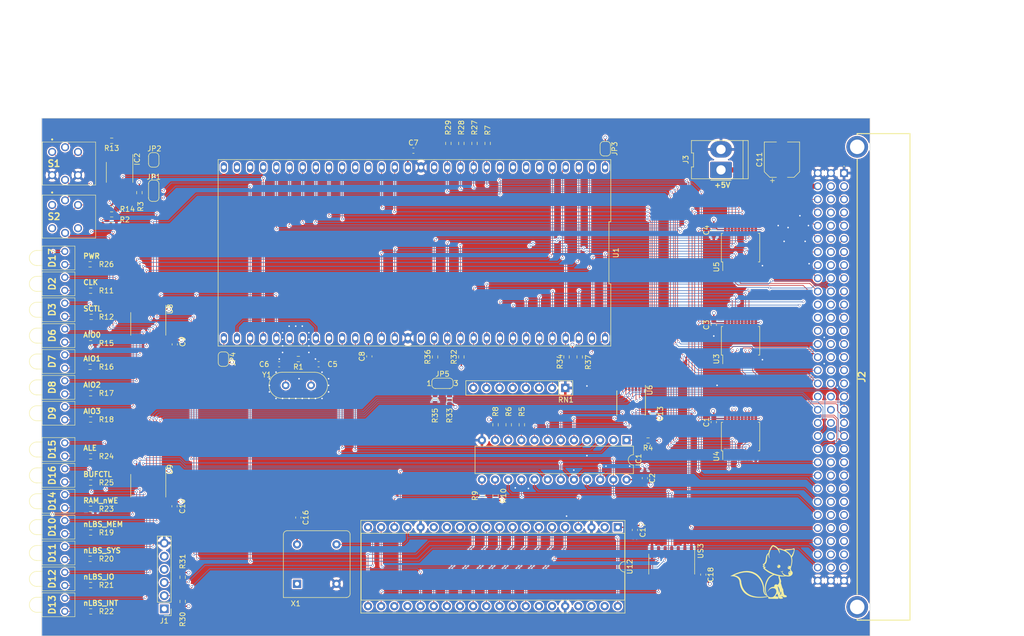
<source format=kicad_pcb>
(kicad_pcb (version 20221018) (generator pcbnew)
  (title_block (title "DEC DCJ11 Hack plus PCB") (date "2024-01-07") (rev "2.1") (company "Paula Maddox") (comment 1 "http://maddox.pro"))
  (layers (0 "F.Cu" signal) (1 "In1.Cu" signal) (2 "In2.Cu" signal) (31 "B.Cu" signal) (34 "B.Paste" user) (35 "F.Paste" user) (36 "B.SilkS" user "B.Silkscreen") (37 "F.SilkS" user "F.Silkscreen") (38 "B.Mask" user) (39 "F.Mask" user) (44 "Edge.Cuts" user))
  (net 0 "")
  (net 1 "GND")
  (net 2 "VCC")
  (net 3 "Net-(U1-XTAL0)")
  (net 4 "Net-(U1-XTAL1)")
  (net 5 "Net-(D2-K)")
  (net 6 "Net-(D2-A)")
  (net 7 "Net-(D3-K)")
  (net 8 "Net-(D3-A)")
  (net 9 "Net-(D6-K)")
  (net 10 "Net-(D6-A)")
  (net 11 "Net-(D7-K)")
  (net 12 "Net-(D7-A)")
  (net 13 "Net-(D8-K)")
  (net 14 "Net-(D8-A)")
  (net 15 "Net-(D9-K)")
  (net 16 "Net-(D9-A)")
  (net 17 "Net-(D10-K)")
  (net 18 "Net-(D10-A)")
  (net 19 "Net-(D11-K)")
  (net 20 "Net-(D11-A)")
  (net 21 "Net-(D12-K)")
  (net 22 "Net-(D12-A)")
  (net 23 "Net-(D13-K)")
  (net 24 "Net-(D13-A)")
  (net 25 "Net-(D14-K)")
  (net 26 "Net-(D14-A)")
  (net 27 "Net-(D15-K)")
  (net 28 "Net-(D15-A)")
  (net 29 "Net-(D16-K)")
  (net 30 "Net-(D16-A)")
  (net 31 "Net-(D17-K)")
  (net 32 "Net-(D17-A)")
  (net 33 "Net-(IC1-CLK{slash}IN)")
  (net 34 "nSCTL")
  (net 35 "nBUFCTL_CPU")
  (net 36 "nALE")
  (net 37 "nio6_XMT_DATA_REG")
  (net 38 "nio4_XMT_STATUS_REG")
  (net 39 "nio2_RCV_DATA_REG")
  (net 40 "nio0_RCV_STATUS_REG")
  (net 41 "Net-(IC1-IN_7)")
  (net 42 "Net-(IC1-IN_8)")
  (net 43 "Net-(IC1-IN_9)")
  (net 44 "Net-(IC1-IN_10)")
  (net 45 "Net-(IC1-I{slash}O_1)")
  (net 46 "US3_4EN")
  (net 47 "nDDR_nRDENB")
  (net 48 "US3_10EN")
  (net 49 "nTBRL")
  (net 50 "RAM_nWE")
  (net 51 "ALE")
  (net 52 "nBUFCTL")
  (net 53 "BUFCTL")
  (net 54 "SCTL")
  (net 55 "Net-(IC2-~{PB_RST})")
  (net 56 "Net-(IC2-TD)")
  (net 57 "RST")
  (net 58 "nRST")
  (net 59 "CLK2")
  (net 61 "TX")
  (net 62 "RX")
  (net 65 "/LA0")
  (net 66 "/LA1")
  (net 67 "/LA2")
  (net 68 "/LA3")
  (net 69 "/LA4")
  (net 70 "/LA5")
  (net 71 "/LA6")
  (net 72 "/LA7")
  (net 73 "/LA8")
  (net 74 "/LA9")
  (net 75 "/LA10")
  (net 76 "/LA11")
  (net 77 "/LA12")
  (net 78 "/LA13")
  (net 79 "/LA14")
  (net 80 "/LA15")
  (net 81 "/LA16")
  (net 82 "/LA17")
  (net 83 "/LA18")
  (net 84 "/LA19")
  (net 85 "/LA20")
  (net 86 "/LA21")
  (net 94 "/DA8")
  (net 95 "/DA9")
  (net 96 "/DA10")
  (net 97 "/DA11")
  (net 98 "/DA12")
  (net 99 "/DA13")
  (net 100 "/DA14")
  (net 101 "/DA15")
  (net 123 "/DA0")
  (net 124 "/DA1")
  (net 125 "/DA2")
  (net 126 "/DA3")
  (net 127 "/DA4")
  (net 128 "/DA5")
  (net 129 "/DA6")
  (net 130 "/DA7")
  (net 134 "IRQ0")
  (net 135 "IRQ1")
  (net 136 "IRQ2")
  (net 137 "IRQ3")
  (net 138 "nLBS_MEM")
  (net 139 "n_LBS_SYS")
  (net 140 "nLBS_IO")
  (net 141 "nLBS_INT")
  (net 142 "HALT")
  (net 143 "CLK")
  (net 146 "nEXT_RST")
  (net 147 "Net-(JP3-B)")
  (net 148 "Net-(JP4-A)")
  (net 149 "Net-(JP5-A)")
  (net 150 "Net-(JP5-B)")
  (net 151 "Net-(S1-K)")
  (net 152 "Net-(S2-K)")
  (net 153 "RST_LED")
  (net 154 "HALT_LED")
  (net 155 "AIO0")
  (net 156 "AIO1")
  (net 157 "AIO2")
  (net 158 "AIO3")
  (net 159 "Net-(U1-BS0)")
  (net 160 "Net-(U1-BS1)")
  (net 161 "nMAP")
  (net 163 "nPRDC")
  (net 165 "nSTRB")
  (net 166 "Net-(U4-Q0)")
  (net 167 "Net-(U4-Q1)")
  (net 172 "Net-(U12-RCLK16)")
  (net 173 "DR")
  (net 174 "TBRE")
  (net 179 "/A16")
  (net 180 "/A17")
  (net 181 "/A18")
  (net 182 "/A19")
  (net 183 "/A20")
  (net 184 "/A21")
  (footprint "Resistor_SMD:R_0603_1608Metric_Pad0.98x0.95mm_HandSolder" (layer "F.Cu") (at 59.436 130.048)
    (fp_text reference "R19")
    (fp_text value "470R")
  )
  (footprint "Resistor_SMD:R_0603_1608Metric_Pad0.98x0.95mm_HandSolder" (layer "F.Cu") (at 59.436 120.396)
    (fp_text reference "R25")
    (fp_text value "470R")
  )
  (footprint "Capacitor_SMD:C_0603_1608Metric_Pad1.08x0.95mm_HandSolder" (layer "F.Cu") (at 168.079 107.096 -90)
    (fp_text reference "C13")
    (fp_text value "100nF")
  )
  (footprint "Resistor_SMD:R_0603_1608Metric_Pad0.98x0.95mm_HandSolder" (layer "F.Cu") (at 77.216 143.3595 90)
    (fp_text reference "R30")
    (fp_text value "10K")
  )
  (footprint "Resistor_SMD:R_0603_1608Metric_Pad0.98x0.95mm_HandSolder" (layer "F.Cu") (at 68.857317 64.372578 -90)
    (fp_text reference "R3")
    (fp_text value "10K")
  )
  (footprint "Capacitor_SMD:C_0603_1608Metric_Pad1.08x0.95mm_HandSolder" (layer "F.Cu") (at 177.8 138.176 -90)
    (fp_text reference "C18")
    (fp_text value "100nF")
  )
  (footprint "Package_SO:TSSOP-20_4.4x6.5mm_P0.65mm" (layer "F.Cu") (at 70.571 121 -90)
    (fp_text reference "U9")
    (fp_text value "74HC245")
  )
  (footprint "Resistor_SMD:R_0603_1608Metric_Pad0.98x0.95mm_HandSolder" (layer "F.Cu") (at 63.5 54.356 180)
    (fp_text reference "R13")
    (fp_text value "2K2")
  )
  (footprint "LTL-4221NHBP:LTL4221NHBP" (layer "F.Cu") (at 54.45 100.73 -90)
    (fp_text reference "D8")
    (fp_text value "LED" hide)
  )
  (footprint "Capacitor_SMD:C_0603_1608Metric_Pad1.08x0.95mm_HandSolder" (layer "F.Cu") (at 103.4785 97.536 180)
    (fp_text reference "C5")
    (fp_text value "68pF")
  )
  (footprint "Package_SO:SSOP-20_5.3x7.2mm_P0.65mm" (layer "F.Cu") (at 185 75 90)
    (fp_text reference "U5")
    (fp_text value "74AHCT273")
  )
  (footprint "Resistor_SMD:R_0603_1608Metric_Pad0.98x0.95mm_HandSolder" (layer "F.Cu") (at 135.128 122.936 90)
    (fp_text reference "R9")
    (fp_text value "10K")
  )
  (footprint "Resistor_SMD:R_0603_1608Metric_Pad0.98x0.95mm_HandSolder" (layer "F.Cu") (at 59.436 83.312)
    (fp_text reference "R11")
    (fp_text value "470R")
  )
  (footprint "LTL-4221NHBP:LTL4221NHBP" (layer "F.Cu") (at 54.45 75.73 -90)
    (fp_text reference "D17")
    (fp_text value "LED" hide)
  )
  (footprint "Resistor_SMD:R_0603_1608Metric_Pad0.98x0.95mm_HandSolder" (layer "F.Cu") (at 131.064 96.1155 90)
    (fp_text reference "R32")
    (fp_text value "10K")
  )
  (footprint "Package_SO:SSOP-20_5.3x7.2mm_P0.65mm" (layer "F.Cu") (at 185 93 90)
    (fp_text reference "U3")
    (fp_text value "74AHCT273")
  )
  (footprint "Jumper:SolderJumper-2_P1.3mm_Bridged2Bar_RoundedPad1.0x1.5mm" (layer "F.Cu") (at 85.09 96.535 -90)
    (fp_text reference "JP4")
    (fp_text value "Jumper_2_Bridged")
  )
  (footprint "Resistor_SMD:R_0603_1608Metric_Pad0.98x0.95mm_HandSolder" (layer "F.Cu") (at 59.436 145.288)
    (fp_text reference "R22")
    (fp_text value "470R")
  )
  (footprint "Resistor_SMD:R_0603_1608Metric_Pad0.98x0.95mm_HandSolder" (layer "F.Cu") (at 59.3325 78.232)
    (fp_text reference "R26")
    (fp_text value "470R")
  )
  (footprint "LTL-4221NHBP:LTL4221NHBP" (layer "F.Cu") (at 54.45 95.73 -90)
    (fp_text reference "D7")
    (fp_text value "LED" hide)
  )
  (footprint "Capacitor_SMD:C_0603_1608Metric_Pad1.08x0.95mm_HandSolder" (layer "F.Cu") (at 179.832 71.628 90)
    (fp_text reference "C4")
    (fp_text value "100nF")
  )
  (footprint "Oscillator:Oscillator_DIP-8" (layer "F.Cu") (at 99.314 139.954)
    (fp_text reference "X1")
    (fp_text value "ECS-2100AX-1.8432MHZ ")
  )
  (footprint "LTL-4221NHBP:LTL4221NHBP" (layer "F.Cu") (at 54.45 137.73 -90)
    (fp_text reference "D12")
    (fp_text value "LED" hide)
  )
  (footprint "LTL-4221NHBP:LTL4221NHBP" (layer "F.Cu") (at 54.45 142.73 -90)
    (fp_text reference "D13")
    (fp_text value "LED" hide)
  )
  (footprint "PaulasKiCADFootPrint:Fox_avatar_18mm" (layer "F.Cu") (at 189.992 137.668)
    (fp_text reference "SYM1" hide)
    (fp_text value "Logo_Open_Hardware_Large" hide)
  )
  (footprint "Package_SO:SOIC-8_3.9x4.9mm_P1.27mm" (layer "F.Cu") (at 65.024 60.452 -90)
    (fp_text reference "IC2")
    (fp_text value "TC1232EOA")
  )
  (footprint "Connector_PinHeader_2.54mm:PinHeader_1x06_P2.54mm_Vertical" (layer "F.Cu") (at 73.66 144.78 180)
    (fp_text reference "J1")
    (fp_text value "Conn_01x06")
  )
  (footprint "Package_SO:SSOP-16_4.4x5.2mm_P0.65mm" (layer "F.Cu") (at 163.819 105.008 -90)
    (fp_text reference "U6")
    (fp_text value "74LS139")
  )
  (footprint "Capacitor_SMD:C_0603_1608Metric_Pad1.08x0.95mm_HandSolder" (layer "F.Cu") (at 121.793 56.261 180)
    (fp_text reference "C7")
    (fp_text value "100nF")
  )
  (footprint "Resistor_SMD:R_0603_1608Metric_Pad0.98x0.95mm_HandSolder" (layer "F.Cu") (at 167.132 112.268 180)
    (fp_text reference "R4")
    (fp_text value "10K")
  )
  (footprint "Jumper:SolderJumper-3_P1.3mm_Bridged12_RoundedPad1.0x1.5mm_NumberLabels" (layer "F.Cu") (at 127.416 101.217)
    (fp_text reference "JP5")
    (fp_text value "SolderJumper_3_Bridged12")
  )
  (footprint "LTL-4221NHBP:LTL4221NHBP" (layer "F.Cu") (at 54.45 80.73 -90)
    (fp_text reference "D2")
    (fp_text value "LED" hide)
  )
  (footprint "Capacitor_SMD:C_0603_1608Metric_Pad1.08x0.95mm_HandSolder" (layer "F.Cu") (at 166.5205 119.5335 -90)
    (fp_text reference "C2")
    (fp_text value "100nF")
  )
  (footprint "DCJ11:DIP-60_1300_ELL" (layer "F.Cu") (at 122 76 180)
    (fp_text reference "U1")
    (fp_text value "DCJ11")
  )
  (footprint "TL1250F180RQRCLR:TL1250F180RQRCLR" (layer "F.Cu") (at 52 66.75)
    (fp_text reference "S2")
    (fp_text value "TL1250F180RQRCLR" hide)
  )
  (footprint "Package_DIP:DIP-40_W15.24mm_Socket" (layer "F.Cu") (at 161.285 129.027 -90)
    (fp_text reference "U12")
    (fp_text value "6402")
  )
  (footprint "Resistor_SMD:R_0603_1608Metric_Pad0.98x0.95mm_HandSolder" (layer "F.Cu") (at 59.436 93.472)
    (fp_text reference "R15")
    (fp_text value "470R")
  )
  (footprint "LTL-4221NHBP:LTL4221NHBP" (layer "F.Cu") (at 54.45 85.73 -90)
    (fp_text reference "D3")
    (fp_text value "LED" hide)
  )
  (footprint "Capacitor_SMD:C_0603_1608Metric_Pad1.08x0.95mm_HandSolder" (layer "F.Cu") (at 95.8585 97.536 180)
    (fp_text reference "C6")
    (fp_text value "68pF")
  )
  (footprint "TL1250F180RQRCLR:TL1250F180RQRCLR" (layer "F.Cu") (at 52 56.5)
    (fp_text reference "S1")
    (fp_text value "TL1250F180RQRCLR" hide)
  )
  (footprint "Resistor_SMD:R_0603_1608Metric_Pad0.98x0.95mm_HandSolder" (layer "F.Cu") (at 59.436 140.208)
    (fp_text reference "R21")
    (fp_text value "470R")
  )
  (footprint "Resistor_SMD:R_0603_1608Metric_Pad0.98x0.95mm_HandSolder" (layer "F.Cu") (at 59.436 108.204)
    (fp_text reference "R18")
    (fp_text value "470R")
  )
  (footprint "Jumper:SolderJumper-3_P1.3mm_Bridged2Bar12_RoundedPad1.0x1.5mm_NumberLabels" (layer "F.Cu") (at 71.628 64.008 90)
    (fp_text reference "JP1")
    (fp_text value "Jumper_3_Bridged12")
  )
  (footprint "Resistor_SMD:R_0603_1608Metric_Pad0.98x0.95mm_HandSolder" (layer "F.Cu") (at 136.144 54.864 -90)
    (fp_text reference "R7")
    (fp_text value "10K")
  )
  (footprint "LTL-4221NHBP:LTL4221NHBP" (layer "F.Cu") (at 54.45 117.73 -90)
    (fp_text reference "D16")
    (fp_text value "LED" hide)
  )
  (footprint "Capacitor_SMD:C_0603_1608Metric_Pad1.08x0.95mm_HandSolder" (layer "F.Cu") (at 179.832 89.916 90)
    (fp_text reference "C3")
    (fp_text value "100nF")
  )
  (footprint "Resistor_SMD:R_0603_1608Metric_Pad0.98x0.95mm_HandSolder" (layer "F.Cu") (at 59.3325 135.128)
    (fp_text reference "R20")
    (fp_text value "470R")
  )
  (footprint "Resistor_SMD:R_0603_1608Metric_Pad0.98x0.95mm_HandSolder" (layer "F.Cu") (at 153.924 96.1155 90)
    (fp_text reference "R37")
    (fp_text value "10K")
  )
  (footprint "LTL-4221NHBP:LTL4221NHBP" (layer "F.Cu") (at 54.45 132.73 -90)
    (fp_text reference "D11")
    (fp_text value "LED" hide)
  )
  (footprint "Jumper:SolderJumper-2_P1.3mm_Open_RoundedPad1.0x1.5mm" (layer "F.Cu") (at 71.628 58.054 90)
    (fp_text reference "JP2")
    (fp_text value "Jumper_2_Open")
  )
  (footprint "Capacitor_SMD:C_0603_1608Metric_Pad1.08x0.95mm_HandSolder" (layer "F.Cu") (at 113.284 96.012 90)
    (fp_text reference "C8")
    (fp_text value "100nF")
  )
  (footprint "Resistor_SMD:R_0603_1608Metric_Pad0.98x0.95mm_HandSolder" (layer "F.Cu") (at 133.604 54.864 -90)
    (fp_text reference "R27")
    (fp_text value "10K")
  )
  (footprint "DIN41612_96_RA:86093967113745ELF" (layer "F.Cu") (at 205 60.6 90)
    (fp_text reference "J2")
    (fp_text value "86093967113745ELF" hide)
  )
  (footprint "Connector_Molex:Molex_KK-396_5273-02A_1x02_P3.96mm_Vertical" (layer "F.Cu") (at 181.225 59.98 90)
    (fp_text reference "J3")
    (fp_text value "Conn_01x02")
  )
  (footprint "Resistor_SMD:R_0603_1608Metric_Pad0.98x0.95mm_HandSolder" (layer "F.Cu") (at 59.5395 88.392)
    (fp_text reference "R12")
    (fp_text value "470R")
  )
  (footprint "Capacitor_SMD:C_0603_1608Metric_Pad1.08x0.95mm_HandSolder" (layer "F.Cu") (at 75.643 124.968 90)
    (fp_text reference "C10")
    (fp_text value "100nF")
  )
  (footprint "Resistor_SMD:R_0603_1608Metric_Pad0.98x0.95mm_HandSolder" (layer "F.Cu") (at 128.778 104.394 90)
    (fp_text reference "R33")
    (fp_text value "10K")
  )
  (footprint "LTL-4221NHBP:LTL4221NHBP" (layer "F.Cu") (at 54.45 90.73 -90)
    (fp_text reference "D6")
    (fp_text value "LED" hide)
  )
  (footprint "Package_SO:SSOP-20_5.3x7.2mm_P0.65mm" (layer "F.Cu") (at 185 111.5 90)
    (fp_text reference "U4")
    (fp_text value "74AHCT273")
  )
  (footprint "LTL-4221NHBP:LTL4221NHBP" (layer "F.Cu") (at 54.45 127.73 -90)
    (fp_text reference "D10")
    (fp_text value "LED" hide)
  )
  (footprint "Resistor_SMD:R_0603_1608Metric_Pad0.98x0.95mm_HandSolder" (layer "F.Cu") (at 59.436 103.124)
    (fp_text reference "R17")
    (fp_text value "470R")
  )
  (footprint "Resistor_SMD:R_0603_1608Metric_Pad0.98x0.95mm_HandSolder" (layer "F.Cu") (at 63.5 67.564 180)
    (fp_text reference "R14")
    (fp_text value "2K2")
  )
  (footprint "Resistor_SMD:R_0603_1608Metric_Pad0.98x0.95mm_HandSolder" (layer "F.Cu") (at 59.436 125.476)
    (fp_text reference "R23")
    (fp_text value "470R")
  )
  (footprint "Crystal:Crystal_HC18-U_Vertical" (layer "F.Cu") (at 97.118 101.6)
    (fp_text reference "Y1")
    (fp_text value "Crystal")
  )
  (footprint "Resistor_SMD:R_0603_1608Metric_Pad0.98x0.95mm_HandSolder" (layer "F.Cu") (at 77.216 138.684 -90)
    (fp_text reference "R31")
    (fp_text value "10K")
  )
  (footprint "Package_SO:TSSOP-20_4.4x6.5mm_P0.65mm" (layer "F.Cu") (at 70.571 89.7305 -90)
    (fp_text reference "U8")
    (fp_text value "74HC245")
  )
  (footprint "LTL-4221NHBP:LTL4221NHBP" (layer "F.Cu") (at 54.45 112.73 -90)
    (fp_text reference "D15")
    (fp_text value "LED" hide)
  )
  (footprint "Jumper:SolderJumper-2_P1.3mm_Bridged2Bar_RoundedPad1.0x1.5mm" (layer "F.Cu") (at 158.877 55.88 -90)
    (fp_text reference "JP3")
    (fp_text value "Jumper_2_Bridged")
  )
  (footprint "Resistor_SMD:R_0603_1608Metric_Pad0.98x0.95mm_HandSolder" (layer "F.Cu") (at 128.554 54.864 -90)
    (fp_text reference "R29")
    (fp_text value "10K")
  )
  (footprint "Resistor_SMD:R_0603_1608Metric_Pad0.98x0.95mm_HandSolder" (layer "F.Cu") (at 59.3325 98.044)
    (fp_text reference "R16")
    (fp_text value "470R")
  )
  (footprint "LTL-4221NHBP:LTL4221NHBP" (layer "F.Cu") (at 54.45 105.73 -90)
    (fp_text reference "D9")
    (fp_text value "LED" hide)
  )
  (footprint "Package_DIP:DIP-24_W7.62mm" (layer "F.Cu") (at 162.975 112.2 -90)
    (fp_text reference "IC1")
    (fp_text value "ATF22V10C-15PU")
  )
  (footprint "Resistor_SMD:R_0603_1608Metric_Pad0.98x0.95mm_HandSolder" (layer "F.Cu") (at 140.208 109.22 -90)
    (fp_text reference "R6")
    (fp_text value "10K")
  )
  (footprint "Capacitor_SMD:C_0603_1608Metric_Pad1.08x0.95mm_HandSolder" (layer "F.Cu") (at 164.592 129.54 90)
    (fp_text reference "C17")
    (fp_text value "100nF")
  )
  (footprint "Capacitor_SMD:C_0603_1608Metric_Pad1.08x0.95mm_HandSolder" (layer "F.Cu") (at 179.832 108.712 90)
    (fp_text reference "C1")
    (fp_text value "100nF")
  )
  (footprint "Resistor_SMD:R_0603_1608Metric_Pad0.98x0.95mm_HandSolder" (layer "F.Cu") (at 131.064 54.864 -90)
    (fp_text reference "R28")
    (fp_text value "10K")
  )
  (footprint "Resistor_SMD:R_0603_1608Metric_Pad0.98x0.95mm_HandSolder" (layer "F.Cu") (at 125.984 104.267 -90)
    (fp_text reference "R35")
    (fp_text value "10K")
  )
  (footprint "Resistor_SMD:R_0603_1608Metric_Pad0.98x0.95mm_HandSolder" (layer "F.Cu") (at 63.5 69.596)
    (fp_text reference "R2")
    (fp_text value "10K")
  )
  (footprint "Resistor_SMD:R_0603_1608Metric_Pad0.98x0.95mm_HandSolder" (layer "F.Cu") (at 137.668 122.936 90)
    (fp_text reference "R10")
    (fp_text value "10K")
  )
  (footprint "Capacitor_SMD:C_0603_1608Metric_Pad1.08x0.95mm_HandSolder" (layer "F.Cu") (at 99.568 127.1535 -90)
    (fp_text reference "C16")
    (fp_text value "100nF")
  )
  (footprint "Resistor_SMD:R_0603_1608Metric_Pad0.98x0.95mm_HandSolder" (layer "F.Cu") (at 151.384 96.1155 90)
    (fp_text reference "R34")
    (fp_text value "10K")
  )
  (footprint "Resistor_SMD:R_0603_1608Metric_Pad0.98x0.95mm_HandSolder" (layer "F.Cu") (at 59.436 115.316)
    (fp_text reference "R24")
    (fp_text value "470R")
  )
  (footprint "Resistor_SMD:R_0603_1608Metric_Pad0.98x0.95mm_HandSolder" (layer "F.Cu") (at 137.668 109.22 -90)
    (fp_text reference "R8")
    (fp_text value "10K")
  )
  (footprint "LTL-4221NHBP:LTL4221NHBP" (layer "F.Cu") (at 54.45 122.73 -90)
    (fp_text reference "D14")
    (fp_text value "LED" hide)
  )
  (footprint "Resistor_THT:R_Array_SIP8" (layer "F.Cu") (at 151.14 102.108 180)
    (fp_text reference "RN1")
    (fp_text value "10K")
  )
  (footprint "Resistor_SMD:R_0603_1608Metric_Pad0.98x0.95mm_HandSolder" (layer "F.Cu") (at 99.568 96.52 180)
    (fp_text reference "R1")
    (fp_text value "1M")
  )
  (footprint "Resistor_SMD:R_0603_1608Metric_Pad0.98x0.95mm_HandSolder" (layer "F.Cu") (at 125.984 96.1155 90)
    (fp_text reference "R36")
    (fp_text value "10K")
  )
  (footprint "Capacitor_SMD:C_0603_1608Metric_Pad1.08x0.95mm_HandSolder" (layer "F.Cu") (at 75.692 93.6945 90)
    (fp_text reference "C9")
    (fp_text value "100nF")
  )
  (footprint "Resistor_SMD:R_0603_1608Metric_Pad0.98x0.95mm_HandSolder" (layer "F.Cu") (at 142.748 109.22 -90)
    (fp_text reference "R5")
    (fp_text value "10K")
  )
  (footprint "Capacitor_SMD:CP_Elec_6.3x5.8" (layer "F.Cu") (at 193 58 90)
    (fp_text reference "C11")
    (fp_text value "47uF 16V")
  )
  (footprint "Package_SO:SOIC-14_3.9x8.7mm_P1.27mm" (layer "F.Cu") (at 171.704 136.144 -90)
    (fp_text reference "US3")
    (fp_text value "74126")
  )
  (gr_rect (start 50 50) (end 210 150) (stroke (width 0.1)) (fill none) (layer "Edge.Cuts"))
  (gr_text "+5V" (at 179.832 63.5) (layer "F.SilkS") (effects (font (size 1 1) (thickness 0.2) bold) (justify left bottom)))
  (gr_text "BUFCTL\n" (at 57.912 119.38) (layer "F.SilkS") (effects (font (size 1 1) (thickness 0.2) bold) (justify left bottom)))
  (gr_text "CLK" (at 57.912 82.296) (layer "F.SilkS") (effects (font (size 1 1) (thickness 0.2) bold) (justify left bottom)))
  (gr_text "nLBS_SYS" (at 57.912 134.112) (layer "F.SilkS") (effects (font (size 1 1) (thickness 0.2) bold) (justify left bottom)))
  (gr_text "AIO0" (at 57.912 92.456) (layer "F.SilkS") (effects (font (size 1 1) (thickness 0.2) bold) (justify left bottom)))
  (gr_text "AIO1" (at 57.912 97.028) (layer "F.SilkS") (effects (font (size 1 1) (thickness 0.2) bold) (justify left bottom)))
  (gr_text "PWR" (at 57.912 77.216) (layer "F.SilkS") (effects (font (size 1 1) (thickness 0.2) bold) (justify left bottom)))
  (gr_text "nLBS_INT\n" (at 57.912 144.272) (layer "F.SilkS") (effects (font (size 1 1) (thickness 0.2) bold) (justify left bottom)))
  (gr_text "ALE" (at 57.912 114.3) (layer "F.SilkS") (effects (font (size 1 1) (thickness 0.2) bold) (justify left bottom)))
  (gr_text "nLBS_IO\n" (at 57.912 139.192) (layer "F.SilkS") (effects (font (size 1 1) (thickness 0.2) bold) (justify left bottom)))
  (gr_text "RAM_nWE" (at 57.912 124.46) (layer "F.SilkS") (effects (font (size 1 1) (thickness 0.2) bold) (justify left bottom)))
  (gr_text "nLBS_MEM" (at 57.912 129.032) (layer "F.SilkS") (effects (font (size 1 1) (thickness 0.2) bold) (justify left bottom)))
  (gr_text "SCTL" (at 57.912 87.376) (layer "F.SilkS") (effects (font (size 1 1) (thickness 0.2) bold) (justify left bottom)))
  (gr_text "AIO3" (at 57.912 107.188) (layer "F.SilkS") (effects (font (size 1 1) (thickness 0.2) bold) (justify left bottom)))
  (gr_text "AIO2	\n" (at 57.912 102.108) (layer "F.SilkS") (effects (font (size 1 1) (thickness 0.2) bold) (justify left bottom)))
  (via (at 141.478 121.412) (size 0.45) (drill 0.3) (layers "F.Cu" "B.Cu") (net 1))
  (via (at 198.12 70.739) (size 0.45) (drill 0.3) (layers "F.Cu" "B.Cu") (net 1))
  (via (at 189.23 96.647) (size 0.45) (drill 0.3) (layers "F.Cu" "B.Cu") (net 1))
  (via (at 104.14 104.14) (size 0.45) (drill 0.3) (layers "F.Cu" "B.Cu") (net 1))
  (via (at 101.6 93.98) (size 0.45) (drill 0.3) (layers "F.Cu" "B.Cu") (net 1))
  (via (at 105.41 100.33) (size 0.45) (drill 0.3) (layers "F.Cu" "B.Cu") (net 1))
  (via (at 201.168 97.409) (size 0.45) (drill 0.3) (layers "F.Cu" "B.Cu") (net 1))
  (via (at 194.183 71.12) (size 0.45) (drill 0.3) (layers "F.Cu" "B.Cu") (net 1))
  (via (at 180.467 101.6) (size 0.45) (drill 0.3) (layers "F.Cu" "B.Cu") (net 1))
  (via (at 104.14 99.06) (size 0.45) (drill 0.3) (layers "F.Cu" "B.Cu") (net 1))
  (via (at 93.98 100.33) (size 0.45) (drill 0.3) (layers "F.Cu" "B.Cu") (net 1))
  (via (at 100.33 90.17) (size 0.45) (drill 0.3) (layers "F.Cu" "B.Cu") (net 1))
  (via (at 203.708 101.981) (size 0.45) (drill 0.3) (layers "F.Cu" "B.Cu") (net 1))
  (via (at 99.06 104.14) (size 0.45) (drill 0.3) (layers "F.Cu" "B.Cu") (net 1))
  (via (at 97.79 90.17) (size 0.45) (drill 0.3) (layers "F.Cu" "B.Cu") (net 1))
  (via (at 101.6 92.71) (size 0.45) (drill 0.3) (layers "F.Cu" "B.Cu") (net 1))
  (via (at 95.25 99.06) (size 0.45) (drill 0.3) (layers "F.Cu" "B.Cu") (net 1))
  (via (at 151.384 126.873) (size 0.45) (drill 0.3) (layers "F.Cu" "B.Cu") (net 1))
  (via (at 95.25 104.14) (size 0.45) (drill 0.3) (layers "F.Cu" "B.Cu") (net 1))
  (via (at 101.6 91.44) (size 0.45) (drill 0.3) (layers "F.Cu" "B.Cu") (net 1))
  (via (at 196.469 68.834) (size 0.45) (drill 0.3) (layers "F.Cu" "B.Cu") (net 1))
  (via (at 101.6 95.25) (size 0.45) (drill 0.3) (layers "F.Cu" "B.Cu") (net 1))
  (via (at 105.41 102.87) (size 0.45) (drill 0.3) (layers "F.Cu" "B.Cu") (net 1))
  (via (at 96.52 104.14) (size 0.45) (drill 0.3) (layers "F.Cu" "B.Cu") (net 1))
  (via (at 102.87 104.14) (size 0.45) (drill 0.3) (layers "F.Cu" "B.Cu") (net 1))
  (via (at 105.41 101.6) (size 0.45) (drill 0.3) (layers "F.Cu" "B.Cu") (net 1))
  (via (at 93.98 101.6) (size 0.45) (drill 0.3) (layers "F.Cu" "B.Cu") (net 1))
  (via (at 155.321 115.189) (size 0.45) (drill 0.3) (layers "F.Cu" "B.Cu") (net 1))
  (via (at 93.98 102.87) (size 0.45) (drill 0.3) (layers "F.Cu" "B.Cu") (net 1))
  (via (at 96.52 95.25) (size 0.45) (drill 0.3) (layers "F.Cu" "B.Cu") (net 1))
  (via (at 102.87 96.52) (size 0.45) (drill 0.3) (layers "F.Cu" "B.Cu") (net 1))
  (via (at 97.79 104.14) (size 0.45) (drill 0.3) (layers "F.Cu" "B.Cu") (net 1))
  (via (at 96.52 91.44) (size 0.45) (drill 0.3) (layers "F.Cu" "B.Cu") (net 1))
  (via (at 152.781 117.983) (size 0.45) (drill 0.3) (layers "F.Cu" "B.Cu") (net 1))
  (via (at 193.421 73.787) (size 0.45) (drill 0.3) (layers "F.Cu" "B.Cu") (net 1))
  (via (at 197.485 73.787) (size 0.45) (drill 0.3) (layers "F.Cu" "B.Cu") (net 1))
  (via (at 189.23 78.486) (size 0.45) (drill 0.3) (layers "F.Cu" "B.Cu") (net 1))
  (via (at 99.06 90.17) (size 0.45) (drill 0.3) (layers "F.Cu" "B.Cu") (net 1))
  (via (at 198.247 78.105) (size 0.45) (drill 0.3) (layers "F.Cu" "B.Cu") (net 1))
  (via (at 101.6 104.14) (size 0.45) (drill 0.3) (layers "F.Cu" "B.Cu") (net 1))
  (via (at 163.576 117.221) (size 0.45) (drill 0.3) (layers "F.Cu" "B.Cu") (net 1))
  (via (at 95.885 96.52) (size 0.45) (drill 0.3) (layers "F.Cu" "B.Cu") (net 1))
  (via (at 159.004 117.221) (size 0.45) (drill 0.3) (layers "F.Cu" "B.Cu") (net 1))
  (via (at 192.278 70.739) (size 0.45) (drill 0.3) (layers "F.Cu" "B.Cu") (net 1))
  (via (at 99.695 100.33) (size 0.45) (drill 0.3) (layers "F.Cu" "B.Cu") (net 1))
  (via (at 179.832 92.075) (size 0.45) (drill 0.3) (layers "F.Cu" "B.Cu") (net 1))
  (via (at 96.52 92.71) (size 0.45) (drill 0.3) (layers "F.Cu" "B.Cu") (net 1))
  (via (at 144.018 121.539) (size 0.45) (drill 0.3) (layers "F.Cu" "B.Cu") (net 1))
  (via (at 100.33 104.14) (size 0.45) (drill 0.3) (layers "F.Cu" "B.Cu") (net 1))
  (via (at 201.168 92.329) (size 0.45) (drill 0.3) (layers "F.Cu" "B.Cu") (net 1))
  (via (at 96.52 93.98) (size 0.45) (drill 0.3) (layers "F.Cu" "B.Cu") (net 1))
  (via (at 155.321 101.727) (size 0.45) (drill 0.3) (layers "F.Cu" "B.Cu") (net 1))
  (segment (start 166.5205 120.396) (end 165.9445 119.82) (width 0.25) (layer "F.Cu") (net 2))
  (segment (start 99.568 128.016) (end 99.314 128.27) (width 0.25) (layer "F.Cu") (net 2))
  (segment (start 76.8085 124.1055) (end 76.835 124.079) (width 0.25) (layer "F.Cu") (net 2))
  (segment (start 131.064 97.028) (end 131.064 98.171) (width 0.25) (layer "F.Cu") (net 2))
  (segment (start 73.496 86.868) (end 74.549 86.868) (width 0.25) (layer "F.Cu") (net 2))
  (segment (start 75.643 124.1055) (end 76.8085 124.1055) (width 0.25) (layer "F.Cu") (net 2))
  (segment (start 182.075 108) (end 179.9825 108) (width 0.25) (layer "F.Cu") (net 2))
  (segment (start 193.04 62.865) (end 193.04 60.74) (width 1) (layer "F.Cu") (net 2))
  (segment (start 73.496 118.1375) (end 74.5215 118.1375) (width 0.25) (layer "F.Cu") (net 2))
  (segment (start 66.929 62.927) (end 68.324239 62.927) (width 0.25) (layer "F.Cu") (net 2))
  (segment (start 137.668 123.8485) (end 138.9145 123.8485) (width 0.25) (layer "F.Cu") (net 2))
  (segment (start 168.0445 112.268) (end 169.291 112.268) (width 0.25) (layer "F.Cu") (net 2))
  (segment (start 129.4365 105.3065) (end 129.921 105.791) (width 0.25) (layer "F.Cu") (net 2))
  (segment (start 179.832 70.7655) (end 179.832 69.596) (width 0.25) (layer "F.Cu") (net 2))
  (segment (start 152.527 95.885) (end 152.527 93.726) (width 0.25) (layer "F.Cu") (net 2))
  (segment (start 78.3355 137.7715) (end 78.359 137.795) (width 0.25) (layer "F.Cu") (net 2))
  (segment (start 86.711 97.185) (end 86.741 97.155) (width 0.25) (layer "F.Cu") (net 2))
  (segment (start 142.748 108.3075) (end 140.208 108.3075) (width 0.25) (layer "F.Cu") (net 2))
  (segment (start 179.832 89.0535) (end 179.832 87.63) (width 0.25) (layer "F.Cu") (net 2))
  (segment (start 74.5215 118.1375) (end 74.549 118.11) (width 0.25) (layer "F.Cu") (net 2))
  (segment (start 166.094 107.908) (end 168.0285 107.908) (width 0.25) (layer "F.Cu") (net 2))
  (segment (start 167.259 120.396) (end 167.64 120.777) (width 0.25) (layer "F.Cu") (net 2))
  (segment (start 165.9445 119.82) (end 162.975 119.82) (width 0.25) (layer "F.Cu") (net 2))
  (segment (start 99.314 128.27) (end 99.314 132.334) (width 0.25) (layer "F.Cu") (net 2))
  (segment (start 77.216 137.7715) (end 78.3355 137.7715) (width 0.25) (layer "F.Cu") (net 2))
  (segment (start 151.384 97.028) (end 152.527 95.885) (width 0.25) (layer "F.Cu") (net 2))
  (segment (start 138.9145 123.8485) (end 138.938 123.825) (width 0.25) (layer "F.Cu") (net 2))
  (segment (start 180.2785 89.5) (end 179.832 89.0535) (width 0.25) (layer "F.Cu") (net 2))
  (segment (start 76.957 92.832) (end 76.962 92.837) (width 0.25) (layer "F.Cu") (net 2))
  (segment (start 164.592 128.6775) (end 164.2425 129.027) (width 0.25) (layer "F.Cu") (net 2))
  (segment (start 177.3805 138.619) (end 177.8 139.0385) (width 0.25) (layer "F.Cu") (net 2))
  (segment (start 166.5205 120.396) (end 167.259 120.396) (width 0.25) (layer "F.Cu") (net 2))
  (segment (start 136.5015 108.3075) (end 136.398 108.204) (width 0.25) (layer "F.Cu") (net 2))
  (segment (start 164.592 128.6775) (end 165.5815 128.6775) (width 0.25) (layer "F.Cu") (net 2))
  (segment (start 75.4 123.8625) (end 75.643 124.1055) (width 0.25) (layer "F.Cu") (net 2))
  (segment (start 68.296 116.683) (end 68.072 116.459) (width 0.25) (layer "F.Cu") (net 2))
  (segment (start 175.514 138.619) (end 177.3805 138.619) (width 0.25) (layer "F.Cu") (net 2))
  (segment (start 169.2825 107.9585) (end 169.291 107.95) (width 0.25) (layer "F.Cu") (net 2))
  (segment (start 68.324239 62.927) (end 68.857317 63.460078) (width 0.25) (layer "F.Cu") (net 2))
  (segment (start 68.857317 62.380317) (end 68.834 62.357) (width 0.25) (layer "F.Cu") (net 2))
  (segment (start 128.778 105.3065) (end 129.4365 105.3065) (width 0.25) (layer "F.Cu") (net 2))
  (segment (start 192.28 59.98) (end 193 60.7) (width 1) (layer "F.Cu") (net 2))
  (segment (start 181.225 59.98) (end 192.28 59.98) (width 1) (layer "F.Cu") (net 2))
  (segment (start 182.075 71.5) (end 180.5665 71.5) (width 0.25) (layer "F.Cu") (net 2))
  (segment (start 68.857317 63.460078) (end 69.609395 62.708) (width 0.25) (layer "F.Cu") (net 2))
  (segment (start 75.692 92.832) (end 76.957 92.832) (width 0.25) (layer "F.Cu") (net 2))
  (segment (start 73.496 123.8625) (end 75.4 123.8625) (width 0.25) (layer "F.Cu") (net 2))
  (segment (start 68.296 118.1375) (end 68.296 116.683) (width 0.25) (layer "F.Cu") (net 2))
  (segment (start 73.496 92.593) (end 75.453 92.593) (width 0.25) (layer "F.Cu") (net 2))
  (segment (start 113.284 95.1495) (end 113.11 94.9755) (width 0.25) (layer "F.Cu") (net 2))
  (segment (start 193.315 63.14) (end 193.04 62.865) (width 1) (layer "F.Cu") (net 2))
  (segment (start 120.73 56.4615) (end 120.73 59.49) (width 0.25) (layer "F.Cu") (net 2))
  (segment (start 168.0285 107.908) (end 168.079 107.9585) (width 0.25) (layer "F.Cu") (net 2))
  (segment (start 158.877 55.23) (end 158.877 53.721) (width 0.25) (layer "F.Cu") (net 2))
  (segment (start 180.5665 71.5) (end 179.832 70.7655) (width 0.25) (layer "F.Cu") (net 2))
  (segment (start 137.668 108.3075) (end 136.5015 108.3075) (width 0.25) (layer "F.Cu") (net 2))
  (segment (start 71.628 58.704) (end 71.628 60.706) (width 0.25) (layer "F.Cu") (net 2))
  (segment (start 179.832 107.8495) (end 179.832 106.68) (width 0.25) (layer "F.Cu") (net 2))
  (segment (start 164.2425 129.027) (end 161.285 129.027) (width 0.25) (layer "F.Cu") (net 2))
  (segment (start 193.04 60.74) (end 193 60.7) (width 1) (layer "F.Cu") (net 2))
  (segment (start 179.9825 108) (end 179.832 107.8495) (width 0.25) (layer "F.Cu") (net 2))
  (segment (start 71.628 62.708) (end 71.628 60.706) (width 0.25) (layer "F.Cu") (net 2))
  (segment (start 178.1545 139.0385) (end 179.07 139.954) (width 0.25) (layer "F.Cu") (net 2))
  (segment (start 140.208 108.3075) (end 137.668 108.3075) (width 0.25) (layer "F.Cu") (net 2))
  (segment (start 85.09 97.185) (end 86.711 97.185) (width 0.25) (layer "F.Cu") (net 2))
  (segment (start 113.11 94.9755) (end 113.11 92.51) (width 0.25) (layer "F.Cu") (net 2))
  (segment (start 69.609395 62.708) (end 71.628 62.708) (width 0.25) (layer "F.Cu") (net 2))
  (segment (start 75.453 92.593) (end 75.692 92.832) (width 0.25) (layer "F.Cu") (net 2))
  (segment (start 120.9305 56.261) (end 120.73 56.4615) (width 0.25) (layer "F.Cu") (net 2))
  (segment (start 177.8 139.0385) (end 178.1545 139.0385) (width 0.25) (layer "F.Cu") (net 2))
  (segment (start 182.075 89.5) (end 180.2785 89.5) (width 0.25) (layer "F.Cu") (net 2))
  (segment (start 168.079 107.9585) (end 169.2825 107.9585) (width 0.25) (layer "F.Cu") (net 2))
  (segment (start 77.216 144.272) (end 78.359 144.272) (width 0.25) (layer "F.Cu") (net 2))
  (segment (start 179.832 106.68) (end 179.705 106.553) (width 0.25) (layer "F.Cu") (net 2))
  (segment (start 199.92 63.14) (end 193.315 63.14) (width 1) (layer "F.Cu") (net 2))
  (segment (start 68.857317 63.460078) (end 68.857317 62.380317) (width 0.25) (layer "F.Cu") (net 2))
  (segment (start 165.5815 128.6775) (end 165.735 128.524) (width 0.25) (layer "F.Cu") (net 2))
  (via (at 179.832 87.63) (size 0.7) (drill 0.5) (layers "F.Cu" "B.Cu") (net 2))
  (via (at 68.072 116.459) (size 0.7) (drill 0.5) (layers "F.Cu" "B.Cu") (net 2))
  (via (at 78.359 137.795) (size 0.7) (drill 0.5) (layers "F.Cu" "B.Cu") (net 2))
  (via (at 179.705 106.553) (size 0.7) (drill 0.5) (layers "F.Cu" "B.Cu") (net 2))
  (via (at 68.834 62.357) (size 0.7) (drill 0.5) (layers "F.Cu" "B.Cu") (net 2))
  (via (at 179.832 69.596) (size 0.7) (drill 0.5) (layers "F.Cu" "B.Cu") (net 2))
  (via (at 136.398 108.204) (size 0.7) (drill 0.5) (layers "F.Cu" "B.Cu") (net 2))
  (via (at 179.07 139.954) (size 0.7) (drill 0.5) (layers "F.Cu" "B.Cu") (net 2))
  (via (at 86.741 97.155) (size 0.7) (drill 0.5) (layers "F.Cu" "B.Cu") (net 2))
  (via (at 129.921 105.791) (size 0.7) (drill 0.5) (layers "F.Cu" "B.Cu") (net 2))
  (via (at 169.291 107.95) (size 0.7) (drill 0.5) (layers "F.Cu" "B.Cu") (net 2))
  (via (at 74.549 86.868) (size 0.7) (drill 0.5) (layers "F.Cu" "B.Cu") (net 2))
  (via (at 131.064 98.171) (size 0.7) (drill 0.5) (layers "F.Cu" "B.Cu") (net 2))
  (via (at 74.549 118.11) (size 0.7) (drill 0.5) (layers "F.Cu" "B.Cu") (net 2))
  (via (at 158.877 53.721) (size 0.7) (drill 0.5) (layers "F.Cu" "B.Cu") (net 2))
  (via (at 167.64 120.777) (size 0.7) (drill 0.5) (layers "F.Cu" "B.Cu") (net 2))
  (via (at 152.527 93.726) (size 0.7) (drill 0.5) (layers "F.Cu" "B.Cu") (net 2))
  (via (at 169.291 112.268) (size 0.7) (drill 0.5) (layers "F.Cu" "B.Cu") (net 2))
  (via (at 138.938 123.825) (size 0.7) (drill 0.5) (layers "F.Cu" "B.Cu") (net 2))
  (via (at 76.962 92.837) (size 0.7) (drill 0.5) (layers "F.Cu" "B.Cu") (net 2))
  (via (at 78.359 144.272) (size 0.7) (drill 0.5) (layers "F.Cu" "B.Cu") (net 2))
  (via (at 76.835 124.079) (size 0.7) (drill 0.5) (layers "F.Cu" "B.Cu") (net 2))
  (via (at 165.735 128.524) (size 0.7) (drill 0.5) (layers "F.Cu" "B.Cu") (net 2))
  (segment (start 100.41 96.4495) (end 100.41 92.51) (width 0.127) (layer "F.Cu") (net 3))
  (segment (start 102.018 98.134) (end 102.018 101.6) (width 0.127) (layer "F.Cu") (net 3))
  (segment (start 100.4805 96.52) (end 101.6 96.52) (width 0.127) (layer "F.Cu") (net 3))
  (segment (start 102.616 97.536) (end 102.018 98.134) (width 0.127) (layer "F.Cu") (net 3))
  (segment (start 101.6 96.52) (end 102.616 97.536) (width 0.127) (layer "F.Cu") (net 3))
  (segment (start 100.4805 96.52) (end 100.41 96.4495) (width 0.127) (layer "F.Cu") (net 3))
  (segment (start 96.721 97.536) (end 97.118 97.933) (width 0.127) (layer "F.Cu") (net 4))
  (segment (start 97.737 96.52) (end 96.721 97.536) (width 0.127) (layer "F.Cu") (net 4))
  (segment (start 97.87 92.917) (end 97.87 92.51) (width 0.127) (layer "F.Cu") (net 4))
  (segment (start 98.6555 93.7025) (end 97.87 92.917) (width 0.127) (layer "F.Cu") (net 4))
  (segment (start 98.6555 96.52) (end 97.737 96.52) (width 0.127) (layer "F.Cu") (net 4))
  (segment (start 98.6555 96.52) (end 98.6555 93.7025) (width 0.127) (layer "F.Cu") (net 4))
  (segment (start 97.118 97.933) (end 97.118 101.6) (width 0.127) (layer "F.Cu") (net 4))
  (segment (start 58.5235 83.312) (end 58.4815 83.27) (width 0.127) (layer "F.Cu") (net 5))
  (segment (start 58.4815 83.27) (end 54.45 83.27) (width 0.127) (layer "F.Cu") (net 5))
  (segment (start 72.136 92.533) (end 72.136 89.916) (width 0.127) (layer "F.Cu") (net 6))
  (segment (start 64.262 80.899) (end 64.389 80.772) (width 0.127) (layer "F.Cu") (net 6))
  (segment (start 72.196 92.593) (end 72.136 92.533) (width 0.127) (layer "F.Cu") (net 6))
  (segment (start 64.262 89.535) (end 64.262 80.899) (width 0.127) (layer "F.Cu") (net 6))
  (via (at 64.389 80.772) (size 0.45) (drill 0.3) (layers "F.Cu" "B.Cu") (net 6))
  (via (at 72.136 89.916) (size 0.45) (drill 0.3) (layers "F.Cu" "B.Cu") (net 6))
  (via (at 64.262 89.535) (size 0.45) (drill 0.3) (layers "F.Cu" "B.Cu") (net 6))
  (segment (start 72.136 89.916) (end 64.643 89.916) (width 0.127) (layer "B.Cu") (net 6))
  (segment (start 64.347 80.73) (end 54.45 80.73) (width 0.127) (layer "B.Cu") (net 6))
  (segment (start 64.643 89.916) (end 64.262 89.535) (width 0.127) (layer "B.Cu") (net 6))
  (segment (start 64.389 80.772) (end 64.347 80.73) (width 0.127) (layer "B.Cu") (net 6))
  (segment (start 58.627 88.392) (end 58.505 88.27) (width 0.127) (layer "F.Cu") (net 7))
  (segment (start 58.505 88.27) (end 54.45 88.27) (width 0.127) (layer "F.Cu") (net 7))
  (segment (start 59.436 94.234) (end 59.436 85.852) (width 0.127) (layer "F.Cu") (net 8))
  (segment (start 70.246 93.965) (end 70.231 93.98) (width 0.127) (layer "F.Cu") (net 8))
  (segment (start 70.246 92.593) (end 70.246 93.965) (width 0.127) (layer "F.Cu") (net 8))
  (segment (start 59.436 85.852) (end 59.309 85.725) (width 0.127) (layer "F.Cu") (net 8))
  (via (at 70.231 93.98) (size 0.45) (drill 0.3) (layers "F.Cu" "B.Cu") (net 8))
  (via (at 59.309 85.725) (size 0.45) (drill 0.3) (layers "F.Cu" "B.Cu") (net 8))
  (via (at 59.436 94.234) (size 0.45) (drill 0.3) (layers "F.Cu" "B.Cu") (net 8))
  (segment (start 59.304 85.73) (end 54.45 85.73) (width 0.127) (layer "B.Cu") (net 8))
  (segment (start 70.231 93.98) (end 59.69 93.98) (width 0.127) (layer "B.Cu") (net 8))
  (segment (start 59.309 85.725) (end 59.304 85.73) (width 0.127) (layer "B.Cu") (net 8))
  (segment (start 59.69 93.98) (end 59.436 94.234) (width 0.127) (layer "B.Cu") (net 8))
  (segment (start 58.3215 93.27) (end 54.45 93.27) (width 0.127) (layer "F.Cu") (net 9))
  (segment (start 58.5235 93.472) (end 58.3215 93.27) (width 0.127) (layer "F.Cu") (net 9))
  (segment (start 69.596 92.593) (end 69.596 91.293) (width 0.127) (layer "F.Cu") (net 10))
  (via (at 69.596 91.293) (size 0.45) (drill 0.3) (layers "F.Cu" "B.Cu") (net 10))
  (segment (start 54.45 90.73) (end 55.013 91.293) (width 0.127) (layer "B.Cu") (net 10))
  (segment (start 55.013 91.293) (end 69.596 91.293) (width 0.127) (layer "B.Cu") (net 10))
  (segment (start 58.194 98.27) (end 54.45 98.27) (width 0.127) (layer "F.Cu") (net 11))
  (segment (start 58.42 98.044) (end 58.194 98.27) (width 0.127) (layer "F.Cu") (net 11))
  (segment (start 68.961 92.608) (end 68.961 95.631) (width 0.127) (layer "F.Cu") (net 12))
  (segment (start 68.946 92.593) (end 68.961 92.608) (width 0.127) (layer "F.Cu") (net 12))
  (via (at 68.961 95.631) (size 0.45) (drill 0.3) (layers "F.Cu" "B.Cu") (net 12))
  (segment (start 68.862 95.73) (end 54.45 95.73) (width 0.127) (layer "B.Cu") (net 12))
  (segment (start 68.961 95.631) (end 68.862 95.73) (width 0.127) (layer "B.Cu") (net 12))
  (segment (start 58.5235 103.124) (end 58.3775 103.27) (width 0.127) (layer "F.Cu") (net 13))
  (segment (start 58.3775 103.27) (end 54.45 103.27) (width 0.127) (layer "F.Cu") (net 13))
  (segment (start 68.296 100.681) (end 68.326 100.711) (width 0.127) (layer "F.Cu") (net 14))
  (segment (start 68.296 92.593) (end 68.296 100.681) (width 0.127) (layer "F.Cu") (net 14))
  (via (at 68.326 100.711) (size 0.45) (drill 0.3) (layers "F.Cu" "B.Cu") (net 14))
  (segment (start 68.326 100.711) (end 68.307 100.73) (width 0.127) (layer "B.Cu") (net 14))
  (segment (start 68.307 100.73) (end 54.45 100.73) (width 0.127) (layer "B.Cu") (net 14))
  (segment (start 58.5235 108.204) (end 58.4575 108.27) (width 0.127) (layer "F.Cu") (net 15))
  (segment (start 58.4575 108.27) (end 54.45 108.27) (width 0.127) (layer "F.Cu") (net 15))
  (segment (start 67.646 92.593) (end 67.646 105.619) (width 0.127) (layer "F.Cu") (net 16))
  (segment (start 67.646 105.619) (end 67.691 105.664) (width 0.127) (layer "F.Cu") (net 16))
  (via (at 67.691 105.664) (size 0.45) (drill 0.3) (layers "F.Cu" "B.Cu") (net 16))
  (segment (start 67.625 105.73) (end 54.45 105.73) (width 0.127) (layer "B.Cu") (net 16))
  (segment (start 67.691 105.664) (end 67.625 105.73) (width 0.127) (layer "B.Cu") (net 16))
  (segment (start 58.5235 130.048) (end 58.3015 130.27) (width 0.127) (layer "F.Cu") (net 17))
  (segment (start 58.3015 130.27) (end 54.45 130.27) (width 0.127) (layer "F.Cu") (net 17))
  (segment (start 72.196 127.822) (end 72.263 127.889) (width 0.127) (layer "F.Cu") (net 18))
  (segment (start 72.196 123.8625) (end 72.196 127.822) (width 0.127) (layer "F.Cu") (net 18))
  (via (at 72.263 127.889) (size 0.45) (drill 0.3) (layers "F.Cu" "B.Cu") (net 18))
  (segment (start 72.104 127.73) (end 54.45 127.73) (width 0.127) (layer "B.Cu") (net 18))
  (segment (start 72.263 127.889) (end 72.104 127.73) (width 0.127) (layer "B.Cu") (net 18))
  (segment (start 58.278 135.27) (end 54.45 135.27) (width 0.127) (layer "F.Cu") (net 19))
  (segment (start 58.42 135.128) (end 58.278 135.27) (width 0.127) (layer "F.Cu") (net 19))
  (segment (start 71.546 123.8625) (end 71.546 132.67) (width 0.127) (layer "F.Cu") (net 20))
  (segment (start 71.546 132.67) (end 71.501 132.715) (width 0.127) (layer "F.Cu") (net 20))
  (via (at 71.501 132.715) (size 0.45) (drill 0.3) (layers "F.Cu" "B.Cu") (net 20))
  (segment (start 71.486 132.73) (end 54.45 132.73) (width 0.127) (layer "B.Cu") (net 20))
  (segment (start 71.501 132.715) (end 71.486 132.73) (width 0.127) (layer "B.Cu") (net 20))
  (segment (start 58.4615 140.27) (end 54.45 140.27) (width 0.127) (layer "F.Cu") (net 21))
  (segment (start 58.5235 140.208) (end 58.4615 140.27) (width 0.127) (layer "F.Cu") (net 21))
  (segment (start 70.896 123.8625) (end 70.896 137.638) (width 0.127) (layer "F.Cu") (net 22))
  (segment (start 70.896 137.638) (end 70.866 137.668) (width 0.127) (layer "F.Cu") (net 22))
  (via (at 70.866 137.668) (size 0.45) (drill 0.3) (layers "F.Cu" "B.Cu") (net 22))
  (segment (start 70.866 137.668) (end 70.804 137.73) (width 0.127) (layer "B.Cu") (net 22))
  (segment (start 70.804 137.73) (end 54.45 137.73) (width 0.127) (layer "B.Cu") (net 22))
  (segment (start 58.5235 145.288) (end 58.5055 145.27) (width 0.127) (layer "F.Cu") (net 23))
  (segment (start 58.5055 145.27) (end 54.45 145.27) (width 0.127) (layer "F.Cu") (net 23))
  (segment (start 70.246 123.8625) (end 70.246 142.352) (width 0.127) (layer "F.Cu") (net 24))
  (segment (start 70.246 142.352) (end 69.977 142.621) (width 0.127) (layer "F.Cu") (net 24))
  (via (at 69.977 142.621) (size 0.45) (drill 0.3) (layers "F.Cu" "B.Cu") (net 24))
  (segment (start 69.868 142.73) (end 54.45 142.73) (width 0.127) (layer "B.Cu") (net 24))
  (segment (start 69.977 142.621) (end 69.868 142.73) (width 0.127) (layer "B.Cu") (net 24))
  (segment (start 58.5235 125.476) (end 58.3175 125.27) (width 0.127) (layer "F.Cu") (net 25))
  (segment (start 58.3175 125.27) (end 54.45 125.27) (width 0.127) (layer "F.Cu") (net 25))
  (segment (start 69.596 122.809) (end 69.85 122.555) (width 0.127) (layer "F.Cu") (net 26))
  (segment (start 69.596 123.8625) (end 69.596 122.809) (width 0.127) (layer "F.Cu") (net 26))
  (via (at 69.85 122.555) (size 0.45) (drill 0.3) (layers "F.Cu" "B.Cu") (net 26))
  (segment (start 69.675 122.73) (end 54.45 122.73) (width 0.127) (layer "B.Cu") (net 26))
  (segment (start 69.85 122.555) (end 69.675 122.73) (width 0.127) (layer "B.Cu") (net 26))
  (segment (start 58.5235 115.316) (end 58.4775 115.27) (width 0.127) (layer "F.Cu") (net 27))
  (segment (start 58.4775 115.27) (end 54.45 115.27) (width 0.127) (layer "F.Cu") (net 27))
  (segment (start 62.357 112.903) (end 62.103 112.649) (width 0.127) (layer "F.Cu") (net 28))
  (segment (start 62.357 121.666) (end 62.357 112.903) (width 0.127) (layer "F.Cu") (net 28))
  (segment (start 68.946 121.681) (end 68.961 121.666) (width 0.127) (layer "F.Cu") (net 28))
  (segment (start 68.946 123.8625) (end 68.946 121.681) (width 0.127) (layer "F.Cu") (net 28))
  (via (at 62.357 121.666) (size 0.45) (drill 0.3) (layers "F.Cu" "B.Cu") (net 28))
  (via (at 68.961 121.666) (size 0.45) (drill 0.3) (layers "F.Cu" "B.Cu") (net 28))
  (via (at 62.103 112.649) (size 0.45) (drill 0.3) (layers "F.Cu" "B.Cu") (net 28))
  (segment (start 62.022 112.73) (end 54.45 112.73) (width 0.127) (layer "B.Cu") (net 28))
  (segment (start 62.103 112.649) (end 62.022 112.73) (width 0.127) (layer "B.Cu") (net 28))
  (segment (start 68.961 121.666) (end 62.357 121.666) (width 0.127) (layer "B.Cu") (net 28))
  (segment (start 58.5235 120.396) (end 58.3975 120.27) (width 0.127) (layer "F.Cu") (net 29))
  (segment (start 58.3975 120.27) (end 54.45 120.27) (width 0.127) (layer "F.Cu") (net 29))
  (segment (start 59.563 118.11) (end 59.182 117.729) (width 0.127) (layer "F.Cu") (net 30))
  (segment (start 59.563 122.174) (end 59.563 118.11) (width 0.127) (layer "F.Cu") (net 30))
  (segment (start 68.296 123.8625) (end 68.296 122.204) (width 0.127) (layer "F.Cu") (net 30))
  (segment (start 68.296 122.204) (end 68.326 122.174) (width 0.127) (layer "F.Cu") (net 30))
  (via (at 59.182 117.729) (size 0.45) (drill 0.3) (layers "F.Cu" "B.Cu") (net 30))
  (via (at 59.563 122.174) (size 0.45) (drill 0.3) (layers "F.Cu" "B.Cu") (net 30))
  (via (at 68.326 122.174) (size 0.45) (drill 0.3) (layers "F.Cu" "B.Cu") (net 30))
  (segment (start 59.181 117.73) (end 54.45 117.73) (width 0.127) (layer "B.Cu") (net 30))
  (segment (start 59.182 117.729) (end 59.181 117.73) (width 0.127) (layer "B.Cu") (net 30))
  (segment (start 68.326 122.174) (end 59.563 122.174) (width 0.127) (layer "B.Cu") (net 30))
  (segment (start 58.42 78.232) (end 58.382 78.27) (width 0.127) (layer "F.Cu") (net 31))
  (segment (start 58.382 78.27) (end 54.45 78.27) (width 0.127) (layer "F.Cu") (net 31))
  (segment (start 67.564 123.9445) (end 67.564 126.492) (width 0.127) (layer "F.Cu") (net 32))
  (segment (start 52.07 126.492) (end 52.07 75.819) (width 0.127) (layer "F.Cu") (net 32))
  (segment (start 52.07 75.819) (end 52.197 75.692) (width 0.127) (layer "F.Cu") (net 32))
  (segment (start 67.646 123.8625) (end 67.564 123.9445) (width 0.127) (layer "F.Cu") (net 32))
  (via (at 52.197 75.692) (size 0.45) (drill 0.3) (layers "F.Cu" "B.Cu") (net 32))
  (via (at 67.564 126.492) (size 0.45) (drill 0.3) (layers "F.Cu" "B.Cu") (net 32))
  (via (at 52.07 126.492) (size 0.45) (drill 0.3) (layers "F.Cu" "B.Cu") (net 32))
  (segment (start 52.197 75.692) (end 52.235 75.73) (width 0.127) (layer "B.Cu") (net 32))
  (segment (start 52.235 75.73) (end 54.45 75.73) (width 0.127) (layer "B.Cu") (net 32))
  (segment (start 67.564 126.492) (end 52.07 126.492) (width 0.127) (layer "B.Cu") (net 32))
  (segment (start 166.1515 112.2) (end 162.975 112.2) (width 0.127) (layer "F.Cu") (net 33))
  (segment (start 166.2195 112.268) (end 166.1515 112.2) (width 0.127) (layer "F.Cu") (net 33))
  (segment (start 107.442 114.554) (end 107.442 95.885) (width 0.127) (layer "F.Cu") (net 34))
  (segment (start 106.426 94.869) (end 105.309 94.869) (width 0.127) (layer "F.Cu") (net 34))
  (segment (start 105.309 94.869) (end 102.95 92.51) (width 0.127) (layer "F.Cu") (net 34))
  (segment (start 107.442 95.885) (end 106.426 94.869) (width 0.127) (layer "F.Cu") (net 34))
  (via (at 107.442 114.554) (size 0.45) (drill 0.3) (layers "F.Cu" "B.Cu") (net 34))
  (segment (start 87.71 90.217) (end 87.71 92.51) (width 0.127) (layer "B.Cu") (net 34))
  (segment (start 160.435 112.2) (end 158.081 114.554) (width 0.127) (layer "B.Cu") (net 34))
  (segment (start 158.081 114.554) (end 155.067 114.554) (width 0.127) (layer "B.Cu") (net 34))
  (segment (start 88.9 89.027) (end 87.71 90.217) (width 0.127) (layer "B.Cu") (net 34))
  (segment (start 155.067 114.554) (end 107.442 114.554) (width 0.127) (layer "B.Cu") (net 34))
  (segment (start 101.6 89.027) (end 88.9 89.027) (width 0.127) (layer "B.Cu") (net 34))
  (segment (start 102.95 90.377) (end 101.6 89.027) (width 0.127) (layer "B.Cu") (net 34))
  (segment (start 102.95 92.51) (end 102.95 90.377) (width 0.127) (layer "B.Cu") (net 34))
  (segment (start 110.57 113.988473) (end 110.492473 114.066) (width 0.127) (layer "F.Cu") (net 35))
  (segment (start 110.57 92.51) (end 110.57 113.988473) (width 0.127) (layer "F.Cu") (net 35))
  (via (at 110.492473 114.066) (size 0.45) (drill 0.3) (layers "F.Cu" "B.Cu") (net 35))
  (segment (start 157.895 112.2) (end 156.029 114.066) (width 0.127) (layer "B.Cu") (net 35))
  (segment (start 156.029 114.066) (end 110.492473 114.066) (width 0.127) (layer "B.Cu") (net 35))
  (segment (start 108.077 113.665) (end 108.03 113.618) (width 0.127) (layer "F.Cu") (net 36))
  (segment (start 108.03 113.618) (end 108.03 92.51) (width 0.127) (layer "F.Cu") (net 36))
  (via (at 108.077 113.665) (size 0.45) (drill 0.3) (layers "F.Cu" "B.Cu") (net 36))
  (segment (start 153.977 113.578) (end 108.164 113.578) (width 0.127) (layer "B.Cu") (net 36))
  (segment (start 108.164 113.578) (end 108.077 113.665) (width 0.127) (layer "B.Cu") (net 36))
  (segment (start 155.355 112.2) (end 153.977 113.578) (width 0.127) (layer "B.Cu") (net 36))
  (segment (start 152.815 107.984) (end 152.781 107.95) (width 0.127) (layer "F.Cu") (net 37))
  (segment (start 161.502 107.95) (end 161.544 107.908) (width 0.127) (layer "F.Cu") (net 37))
  (segment (start 152.815 112.2) (end 152.815 107.984) (width 0.127) (layer "F.Cu") (net 37))
  (segment (start 160.655 107.95) (end 161.502 107.95) (width 0.127) (layer "F.Cu") (net 37))
  (via (at 160.655 107.95) (size 0.45) (drill 0.3) (layers "F.Cu" "B.Cu") (net 37))
  (via (at 152.781 107.95) (size 0.45) (drill 0.3) (layers "F.Cu" "B.Cu") (net 37))
  (segment (start 152.781 107.95) (end 160.655 107.95) (width 0.127) (layer "B.Cu") (net 37))
  (segment (start 150.275 106.841) (end 150.275 112.2) (width 0.127) (layer "F.Cu") (net 38))
  (segment (start 150.241 106.807) (end 150.275 106.841) (width 0.127) (layer "F.Cu") (net 38))
  (segment (start 162.194 107.908) (end 162.194 106.822) (width 0.127) (layer "F.Cu") (net 38))
  (segment (start 162.194 106.822) (end 162.179 106.807) (width 0.127) (layer "F.Cu") (net 38))
  (via (at 162.179 106.807) (size 0.45) (drill 0.3) (layers "F.Cu" "B.Cu") (net 38))
  (via (at 150.241 106.807) (size 0.45) (drill 0.3) (layers "F.Cu" "B.Cu") (net 38))
  (segment (start 162.179 106.807) (end 150.241 106.807) (width 0.127) (layer "B.Cu") (net 38))
  (segment (start 162.844 107.908) (end 162.844 108.936) (width 0.127) (layer "F.Cu") (net 39))
  (segment (start 147.735 109.057866) (end 147.663134 108.986) (width 0.127) (layer "F.Cu") (net 39))
  (segment (start 147.735 112.2) (end 147.735 109.057866) (width 0.127) (layer "F.Cu") (net 39))
  (segment (start 162.844 108.936) (end 162.814 108.966) (width 0.127) (layer "F.Cu") (net 39))
  (via (at 162.814 108.966) (size 0.45) (drill 0.3) (layers "F.Cu" "B.Cu") (net 39))
  (via (at 147.663134 108.986) (size 0.45) (drill 0.3) (layers "F.Cu" "B.Cu") (net 39))
  (segment (start 162.814 108.966) (end 147.683134 108.966) (width 0.127) (layer "B.Cu") (net 39))
  (segment (start 147.683134 108.966) (end 147.663134 108.986) (width 0.127) (layer "B.Cu") (net 39))
  (segment (start 163.494 107.908) (end 163.494 109.429) (width 0.127) (layer "F.Cu") (net 40))
  (segment (start 163.494 109.429) (end 163.449 109.474) (width 0.127) (layer "F.Cu") (net 40))
  (segment (start 145.288 109.474) (end 145.195 109.567) (width 0.127) (layer "F.Cu") (net 40))
  (segment (start 145.195 109.567) (end 145.195 112.2) (width 0.127) (layer "F.Cu") (net 40))
  (via (at 145.288 109.474) (size 0.45) (drill 0.3) (layers "F.Cu" "B.Cu") (net 40))
  (via (at 163.449 109.474) (size 0.45) (drill 0.3) (layers "F.Cu" "B.Cu") (net 40))
  (segment (start 163.449 109.474) (end 145.288 109.474) (width 0.127) (layer "B.Cu") (net 40))
  (segment (start 142.748 110.1325) (end 142.655 110.2255) (width 0.127) (layer "F.Cu") (net 41))
  (segment (start 142.655 110.2255) (end 142.655 112.2) (width 0.127) (layer "F.Cu") (net 41))
  (segment (start 140.115 110.2255) (end 140.115 112.2) (width 0.127) (layer "F.Cu") (net 42))
  (segment (start 140.208 110.1325) (end 140.115 110.2255) (width 0.127) (layer "F.Cu") (net 42))
  (segment (start 137.575 112.2) (end 137.575 110.2255) (width 0.127) (layer "F.Cu") (net 43))
  (segment (start 137.575 110.2255) (end 137.668 110.1325) (width 0.127) (layer "F.Cu") (net 43))
  (segment (start 135.128 122.0235) (end 135.035 121.9305) (width 0.127) (layer "F.Cu") (net 44))
  (segment (start 135.035 121.9305) (end 135.035 119.82) (width 0.127) (layer "F.Cu") (net 44))
  (segment (start 137.575 121.9305) (end 137.575 119.82) (width 0.127) (layer "F.Cu") (net 45))
  (segment (start 137.668 122.0235) (end 137.575 121.9305) (width 0.127) (layer "F.Cu") (net 45))
  (segment (start 171.704 133.669) (end 171.704 122.428) (width 0.127) (layer "F.Cu") (net 46))
  (via (at 171.704 122.428) (size 0.45) (drill 0.3) (layers "F.Cu" "B.Cu") (net 46))
  (segment (start 171.704 122.428) (end 171.597 122.535) (width 0.127) (layer "B.Cu") (net 46))
  (segment (start 171.597 122.535) (end 140.843 122.535) (width 0.127) (layer "B.Cu") (net 46))
  (segment (start 140.115 121.807) (end 140.843 122.535) (width 0.127) (layer "B.Cu") (net 46))
  (segment (start 140.115 119.82) (end 140.115 121.807) (width 0.127) (layer "B.Cu") (net 46))
  (segment (start 142.655 119.82) (end 142.655 122.97) (width 0.127) (layer "F.Cu") (net 47))
  (segment (start 153.797 123.19) (end 153.665 123.322) (width 0.127) (layer "F.Cu") (net 47))
  (segment (start 153.665 123.322) (end 153.665 129.027) (width 0.127) (layer "F.Cu") (net 47))
  (segment (start 118.237 123.317) (end 118.105 123.449) (width 0.127) (layer "F.Cu") (net 47))
  (segment (start 142.655 122.97) (end 142.748 123.063) (width 0.127) (layer "F.Cu") (net 47))
  (segment (start 118.105 123.449) (end 118.105 129.027) (width 0.127) (layer "F.Cu") (net 47))
  (via (at 118.237 123.317) (size 0.45) (drill 0.3) (layers "F.Cu" "B.Cu") (net 47))
  (via (at 142.748 123.063) (size 0.45) (drill 0.3) (layers "F.Cu" "B.Cu") (net 47))
  (via (at 153.797 123.19) (size 0.45) (drill 0.3) (layers "F.Cu" "B.Cu") (net 47))
  (segment (start 153.67 123.063) (end 153.797 123.19) (width 0.127) (layer "B.Cu") (net 47))
  (segment (start 142.748 123.063) (end 118.491 123.063) (width 0.127) (layer "B.Cu") (net 47))
  (segment (start 142.748 123.063) (end 153.67 123.063) (width 0.127) (layer "B.Cu") (net 47))
  (segment (start 118.491 123.063) (end 118.237 123.317) (width 0.127) (layer "B.Cu") (net 47))
  (segment (start 170.434 136.779) (end 171.069 136.144) (width 0.127) (layer "F.Cu") (net 48))
  (segment (start 171.069 136.144) (end 171.069 122.047) (width 0.127) (layer "F.Cu") (net 48))
  (segment (start 170.434 138.619) (end 170.434 136.779) (width 0.127) (layer "F.Cu") (net 48))
  (via (at 171.069 122.047) (size 0.45) (drill 0.3) (layers "F.Cu" "B.Cu") (net 48))
  (segment (start 145.195 119.82) (end 145.195 121.319) (width 0.127) (layer "B.Cu") (net 48))
  (segment (start 145.195 121.319) (end 145.923 122.047) (width 0.127) (layer "B.Cu") (net 48))
  (segment (start 171.069 122.047) (end 145.923 122.047) (width 0.127) (layer "B.Cu") (net 48))
  (segment (start 119.253 143.119) (end 119.253 118.217) (width 0.127) (layer "F.Cu") (net 49))
  (segment (start 118.105 144.267) (end 119.253 143.119) (width 0.127) (layer "F.Cu") (net 49))
  (via (at 119.253 118.217) (size 0.45) (drill 0.3) (layers "F.Cu" "B.Cu") (net 49))
  (segment (start 147.735 119.82) (end 145.898 117.983) (width 0.127) (layer "B.Cu") (net 49))
  (segment (start 119.487 117.983) (end 119.253 118.217) (width 0.127) (layer "B.Cu") (net 49))
  (segment (start 145.898 117.983) (end 119.487 117.983) (width 0.127) (layer "B.Cu") (net 49))
  (segment (start 150.275 116.62) (end 150.275 119.82) (width 0.127) (layer "F.Cu") (net 50))
  (segment (start 70.246 118.1375) (end 70.246 115.78942) (width 0.127) (layer "F.Cu") (net 50))
  (segment (start 70.246 115.78942) (end 70.04658 115.59) (width 0.127) (layer "F.Cu") (net 50))
  (segment (start 150.241 116.586) (end 150.275 116.62) (width 0.127) (layer "F.Cu") (net 50))
  (via (at 70.04658 115.59) (size 0.45) (drill 0.3) (layers "F.Cu" "B.Cu") (net 50))
  (via (at 150.241 116.586) (size 0.45) (drill 0.3) (layers "F.Cu" "B.Cu") (net 50))
  (segment (start 77.677742 116.586) (end 76.681742 115.59) (width 0.127) (layer "B.Cu") (net 50))
  (segment (start 199.92 116.48) (end 150.347 116.48) (width 0.127) (layer "B.Cu") (net 50))
  (segment (start 150.347 116.48) (end 150.241 116.586) (width 0.127) (layer "B.Cu") (net 50))
  (segment (start 76.681742 115.59) (end 70.04658 115.59) (width 0.127) (layer "B.Cu") (net 50))
  (segment (start 150.241 116.586) (end 77.677742 116.586) (width 0.127) (layer "B.Cu") (net 50))
  (segment (start 187.925 108) (end 188.799 108) (width 0.127) (layer "F.Cu") (net 51))
  (segment (start 188.799 108) (end 188.849 107.95) (width 0.127) (layer "F.Cu") (net 51))
  (segment (start 188.757 89.5) (end 188.849 89.408) (width 0.127) (layer "F.Cu") (net 51))
  (segment (start 176.911 71.501) (end 176.911 89.535) (width 0.127) (layer "F.Cu") (net 51))
  (segment (start 176.911 89.535) (end 176.911 108.077) (width 0.127) (layer "F.Cu") (net 51))
  (segment (start 189.229 71.5) (end 189.23 71.501) (width 0.127) (layer "F.Cu") (net 51))
  (segment (start 69.596 116.713) (end 69.596 118.1375) (width 0.127) (layer "F.Cu") (net 51))
  (segment (start 187.925 89.5) (end 188.757 89.5) (width 0.127) (layer "F.Cu") (net 51))
  (segment (start 176.911 108.077) (end 176.911 118.09) (width 0.127) (layer "F.Cu") (net 51))
  (segment (start 187.925 71.5) (end 189.229 71.5) (width 0.127) (layer "F.Cu") (net 51))
  (via (at 176.911 71.501) (size 0.45) (drill 0.3) (layers "F.Cu" "B.Cu") (net 51))
  (via (at 176.911 118.09) (size 0.45) (drill 0.3) (layers "F.Cu" "B.Cu") (net 51))
  (via (at 188.849 107.95) (size 0.45) (drill 0.3) (layers "F.Cu" "B.Cu") (net 51))
  (via (at 69.596 116.713) (size 0.45) (drill 0.3) (layers "F.Cu" "B.Cu") (net 51))
  (via (at 189.23 71.501) (size 0.45) (drill 0.3) (layers "F.Cu" "B.Cu") (net 51))
  (via (at 188.849 89.408) (size 0.45) (drill 0.3) (layers "F.Cu" "B.Cu") (net 51))
  (via (at 176.911 89.535) (size 0.45) (drill 0.3) (layers "F.Cu" "B.Cu") (net 51))
  (via (at 176.911 108.077) (size 0.45) (drill 0.3) (layers "F.Cu" "B.Cu") (net 51))
  (segment (start 177.038 89.408) (end 176.911 89.535) (width 0.127) (layer "B.Cu") (net 51))
  (segment (start 152.815 119.82) (end 150.542501 117.547501) (width 0.127) (layer "B.Cu") (net 51))
  (segment (start 188.849 89.408) (end 177.038 89.408) (width 0.127) (layer "B.Cu") (net 51))
  (segment (start 177.038 107.95) (end 176.911 108.077) (width 0.127) (layer "B.Cu") (net 51))
  (segment (start 77.588759 117.547501) (end 76.754258 116.713) (width 0.127) (layer "B.Cu") (net 51))
  (segment (start 150.542501 117.547501) (end 77.588759 117.547501) (width 0.127) (layer "B.Cu") (net 51))
  (segment (start 76.754258 116.713) (end 69.596 116.713) (width 0.127) (layer "B.Cu") (net 51))
  (segment (start 189.23 71.501) (end 176.911 71.501) (width 0.127) (layer "B.Cu") (net 51))
  (segment (start 188.849 107.95) (end 177.038 107.95) (width 0.127) (layer "B.Cu") (net 51))
  (segment (start 199.92 119.02) (end 177.841 119.02) (width 0.127) (layer "B.Cu") (net 51))
  (segment (start 154.652 117.983) (end 176.804 117.983) (width 0.127) (layer "B.Cu") (net 51))
  (segment (start 176.804 117.983) (end 176.911 118.09) (width 0.127) (layer "B.Cu") (net 51))
  (segment (start 152.815 119.82) (end 154.652 117.983) (width 0.127) (layer "B.Cu") (net 51))
  (segment (start 177.841 119.02) (end 176.911 118.09) (width 0.127) (layer "B.Cu") (net 51))
  (segment (start 197.359 121.539) (end 155.702 121.539) (width 0.127) (layer "B.Cu") (net 52))
  (segment (start 155.194 121.031) (end 155.194 119.981) (width 0.127) (layer "B.Cu") (net 52))
  (segment (start 155.702 121.539) (end 155.194 121.031) (width 0.127) (layer "B.Cu") (net 52))
  (segment (start 199.92 124.1) (end 197.359 121.539) (width 0.127) (layer "B.Cu") (net 52))
  (segment (start 155.194 119.981) (end 155.355 119.82) (width 0.127) (layer "B.Cu") (net 52))
  (segment (start 68.961 115.951) (end 68.961 118.1225) (width 0.127) (layer "F.Cu") (net 53))
  (segment (start 157.895 119.82) (end 157.895 117.255) (width 0.127) (layer "F.Cu") (net 53))
  (segment (start 157.895 117.255) (end 157.861 117.221) (width 0.127) (layer "F.Cu") (net 53))
  (segment (start 68.961 118.1225) (end 68.946 118.1375) (width 0.127) (layer "F.Cu") (net 53))
  (via (at 157.861 117.221) (size 0.45) (drill 0.3) (layers "F.Cu" "B.Cu") (net 53))
  (via (at 68.961 115.951) (size 0.45) (drill 0.3) (layers "F.Cu" "B.Cu") (net 53))
  (segment (start 77.851 117.221) (end 76.708 116.078) (width 0.127) (layer "B.Cu") (net 53))
  (segment (start 197.867 119.507) (end 177.292 119.507) (width 0.127) (layer "B.Cu") (net 53))
  (segment (start 177.292 119.507) (end 176.149 118.364) (width 0.127) (layer "B.Cu") (net 53))
  (segment (start 176.149 118.364) (end 159.351 118.364) (width 0.127) (layer "B.Cu") (net 53))
  (segment (start 159.351 118.364) (end 157.895 119.82) (width 0.127) (layer "B.Cu") (net 53))
  (segment (start 157.861 117.221) (end 77.851 117.221) (width 0.127) (layer "B.Cu") (net 53))
  (segment (start 69.088 116.078) (end 68.961 115.951) (width 0.127) (layer "B.Cu") (net 53))
  (segment (start 199.92 121.56) (end 197.867 119.507) (width 0.127) (layer "B.Cu") (net 53))
  (segment (start 76.708 116.078) (end 69.088 116.078) (width 0.127) (layer "B.Cu") (net 53))
  (segment (start 160.435 122.97) (end 160.435 119.82) (width 0.127) (layer "F.Cu") (net 54))
  (segment (start 160.528 123.063) (end 160.435 122.97) (width 0.127) (layer "F.Cu") (net 54))
  (segment (start 160.435 115.858) (end 160.401 115.824) (width 0.127) (layer "F.Cu") (net 54))
  (segment (start 70.993 88.646) (end 70.993 86.965) (width 0.127) (layer "F.Cu") (net 54))
  (segment (start 78.867 115.824) (end 78.867 89.027) (width 0.127) (layer "F.Cu") (net 54))
  (segment (start 70.993 86.965) (end 70.896 86.868) (width 0.127) (layer "F.Cu") (net 54))
  (segment (start 160.435 119.82) (end 160.435 115.858) (width 0.127) (layer "F.Cu") (net 54))
  (segment (start 78.867 89.027) (end 78.74 88.9) (width 0.127) (layer "F.Cu") (net 54))
  (via (at 78.74 88.9) (size 0.45) (drill 0.3) (layers "F.Cu" "B.Cu") (net 54))
  (via (at 160.528 123.063) (size 0.45) (drill 0.3) (layers "F.Cu" "B.Cu") (net 54))
  (via (at 78.867 115.824) (size 0.45) (drill 0.3) (layers "F.Cu" "B.Cu") (net 54))
  (via (at 70.993 88.646) (size 0.45) (drill 0.3) (layers "F.Cu" "B.Cu") (net 54))
  (via (at 160.401 115.824) (size 0.45) (drill 0.3) (layers "F.Cu" "B.Cu") (net 54))
  (segment (start 78.74 88.9) (end 71.247 88.9) (width 0.127) (layer "B.Cu") (net 54))
  (segment (start 199.92 126.64) (end 196.216 122.936) (width 0.127) (layer "B.Cu") (net 54))
  (segment (start 195.453 122.936) (end 160.655 122.936) (width 0.127) (layer "B.Cu") (net 54))
  (segment (start 196.216 122.936) (end 195.453 122.936) (width 0.127) (layer "B.Cu") (net 54))
  (segment (start 71.247 88.9) (end 70.993 88.646) (width 0.127) (layer "B.Cu") (net 54))
  (segment (start 160.655 122.936) (end 160.528 123.063) (width 0.127) (layer "B.Cu") (net 54))
  (segment (start 160.401 115.824) (end 78.867 115.824) (width 0.127) (layer "B.Cu") (net 54))
  (segment (start 52 56.5) (end 52.775 57.275) (width 0.127) (layer "F.Cu") (net 55))
  (segment (start 56.225 57.275) (end 57 56.5) (width 0.127) (layer "F.Cu") (net 55))
  (segment (start 60.19 59.69) (end 66.548 59.69) (width 0.127) (layer "F.Cu") (net 55))
  (segment (start 66.548 59.69) (end 66.929 59.309) (width 0.127) (layer "F.Cu") (net 55))
  (segment (start 57 56.5) (end 60.19 59.69) (width 0.127) (layer "F.Cu") (net 55))
  (segment (start 66.929 59.309) (end 66.929 57.977) (width 0.127) (layer "F.Cu") (net 55))
  (segment (start 52.775 57.275) (end 56.225 57.275) (width 0.127) (layer "F.Cu") (net 55))
  (segment (start 70.612 56.388) (end 71.628 57.404) (width 0.127) (layer "F.Cu") (net 56))
  (segment (start 65.659 56.515) (end 65.786 56.388) (width 0.127) (layer "F.Cu") (net 56))
  (segment (start 65.659 57.977) (end 65.659 56.515) (width 0.127) (layer "F.Cu") (net 56))
  (segment (start 65.786 56.388) (end 70.612 56.388) (width 0.127) (layer "F.Cu") (net 56))
  (segment (start 72.263 88.392) (end 72.263 86.935) (width 0.127) (layer "F.Cu") (net 57))
  (segment (start 72.196 86.868) (end 72.196 68.52) (width 0.127) (layer "F.Cu") (net 57))
  (segment (start 72.196 68.52) (end 72.263 68.453) (width 0.127) (layer "F.Cu") (net 57))
  (segment (start 72.263 86.935) (end 72.196 86.868) (width 0.127) (layer "F.Cu") (net 57))
  (segment (start 79.375 134.366) (end 79.375 88.392) (width 0.127) (layer "F.Cu") (net 57))
  (segment (start 113.025 134.244) (end 113.03 134.239) (width 0.127) (layer "F.Cu") (net 57))
  (segment (start 113.025 144.267) (end 113.025 134.244) (width 0.127) (layer "F.Cu") (net 57))
  (segment (start 63.119 66.294) (end 63.119 62.927) (width 0.127) (layer "F.Cu") (net 57))
  (via (at 63.119 66.294) (size 0.45) (drill 0.3) (layers "F.Cu" "B.Cu") (net 57))
  (via (at 113.03 134.239) (size 0.45) (drill 0.3) (layers "F.Cu" "B.Cu") (net 57))
  (via (at 72.263 68.453) (size 0.45) (drill 0.3) (layers "F.Cu" "B.Cu") (net 57))
  (via (at 79.375 88.392) (size 0.45) (drill 0.3) (layers "F.Cu" "B.Cu") (net 57))
  (via (at 79.375 134.366) (size 0.45) (drill 0.3) (layers "F.Cu" "B.Cu") (net 57))
  (via (at 72.263 88.392) (size 0.45) (drill 0.3) (layers "F.Cu" "B.Cu") (net 57))
  (segment (start 79.375 88.392) (end 72.263 88.392) (width 0.127) (layer "B.Cu") (net 57))
  (segment (start 199.92 131.72) (end 124.82 131.72) (width 0.127) (layer "B.Cu") (net 57))
  (segment (start 79.502 134.239) (end 79.375 134.366) (width 0.127) (layer "B.Cu") (net 57))
  (segment (start 72.263 68.453) (end 65.278 68.453) (width 0.127) (layer "B.Cu") (net 57))
  (segment (start 65.278 68.453) (end 63.119 66.294) (width 0.127) (layer "B.Cu") (net 57))
  (segment (start 124.82 131.72) (end 122.301 134.239) (width 0.127) (layer "B.Cu") (net 57))
  (segment (start 113.03 134.239) (end 79.502 134.239) (width 0.127) (layer "B.Cu") (net 57))
  (segment (start 122.301 134.239) (end 113.03 134.239) (width 0.127) (layer "B.Cu") (net 57))
  (segment (start 64.77 65.278) (end 68.850239 65.278) (width 0.127) (layer "F.Cu") (net 58))
  (segment (start 90.25 92.51) (end 90.25 63.166) (width 0.127) (layer "F.Cu") (net 58))
  (segment (start 90.325 135.6) (end 90.25 135.525) (width 0.127) (layer "F.Cu") (net 58))
  (segment (start 71.725 65.405) (end 71.628 65.308) (width 0.127) (layer "F.Cu") (net 58))
  (segment (start 68.850239 65.278) (end 68.857317 65.285078) (width 0.127) (layer "F.Cu") (net 58))
  (segment (start 71.628 65.308) (end 68.880239 65.308) (width 0.127) (layer "F.Cu") (net 58))
  (segment (start 90.25 135.525) (end 90.25 92.51) (width 0.127) (layer "F.Cu") (net 58))
  (segment (start 90.25 63.166) (end 90.297 63.119) (width 0.127) (layer "F.Cu") (net 58))
  (segment (start 64.389 62.927) (end 64.389 64.897) (width 0.127) (layer "F.Cu") (net 58))
  (segment (start 73.533 65.405) (end 71.725 65.405) (width 0.127) (layer "F.Cu") (net 58))
  (segment (start 64.389 64.897) (end 64.77 65.278) (width 0.127) (layer "F.Cu") (net 58))
  (segment (start 68.880239 65.308) (end 68.857317 65.285078) (width 0.127) (layer "F.Cu") (net 58))
  (via (at 90.325 135.6) (size 0.45) (drill 0.3) (layers "F.Cu" "B.Cu") (net 58))
  (via (at 73.533 65.405) (size 0.45) (drill 0.3) (layers "F.Cu" "B.Cu") (net 58))
  (via (at 90.297 63.119) (size 0.45) (drill 0.3) (layers "F.Cu" "B.Cu") (net 58))
  (segment (start 196.17 133.05) (end 195.3 133.05) (width 0.127) (layer "B.Cu") (net 58))
  (segment (start 75.819 63.119) (end 90.297 63.119) (width 0.127) (layer "B.Cu") (net 58))
  (segment (start 199.92 136.8) (end 196.17 133.05) (width 0.127) (layer "B.Cu") (net 58))
  (segment (start 73.533 65.405) (end 75.819 63.119) (width 0.127) (layer "B.Cu") (net 58))
  (segment (start 125.425 133.05) (end 122.875 135.6) (width 0.127) (layer "B.Cu") (net 58))
  (segment (start 195.3 133.05) (end 125.425 133.05) (width 0.127) (layer "B.Cu") (net 58))
  (segment (start 122.875 135.6) (end 90.325 135.6) (width 0.127) (layer "B.Cu") (net 58))
  (segment (start 65.659 62.927) (end 65.659 61.214) (width 0.127) (layer "F.Cu") (net 59))
  (segment (start 92.79 92.51) (end 92.79 61.642) (width 0.127) (layer "F.Cu") (net 59))
  (segment (start 92.79 61.642) (end 92.837 61.595) (width 0.127) (layer "F.Cu") (net 59))
  (via (at 65.659 61.214) (size 0.45) (drill 0.3) (layers "F.Cu" "B.Cu") (net 59))
  (via (at 92.837 61.595) (size 0.45) (drill 0.3) (layers "F.Cu" "B.Cu") (net 59))
  (segment (start 65.659 61.214) (end 92.456 61.214) (width 0.127) (layer "B.Cu") (net 59))
  (segment (start 92.456 61.214) (end 92.837 61.595) (width 0.127) (layer "B.Cu") (net 59))
  (segment (start 77.216 142.447) (end 78.994 140.669) (width 0.127) (layer "F.Cu") (net 61))
  (segment (start 123.19 137.668) (end 123.185 137.673) (width 0.127) (layer "F.Cu") (net 61))
  (segment (start 78.994 140.669) (end 78.994 140.462) (width 0.127) (layer "F.Cu") (net 61))
  (segment (start 123.185 137.673) (end 123.185 144.267) (width 0.127) (layer "F.Cu") (net 61))
  (segment (start 77.216 142.447) (end 77.009 142.24) (width 0.127) (layer "F.Cu") (net 61))
  (segment (start 77.009 142.24) (end 73.66 142.24) (width 0.127) (layer "F.Cu") (net 61))
  (via (at 123.19 137.668) (size 0.45) (drill 0.3) (layers "F.Cu" "B.Cu") (net 61))
  (via (at 78.994 140.462) (size 0.45) (drill 0.3) (layers "F.Cu" "B.Cu") (net 61))
  (segment (start 84.836 137.033) (end 122.555 137.033) (width 0.127) (layer "B.Cu") (net 61))
  (segment (start 78.994 140.462) (end 82.423 137.033) (width 0.127) (layer "B.Cu") (net 61))
  (segment (start 82.423 137.033) (end 84.836 137.033) (width 0.127) (layer "B.Cu") (net 61))
  (segment (start 122.555 137.033) (end 123.19 137.668) (width 0.127) (layer "B.Cu") (net 61))
  (segment (start 77.216 139.5965) (end 77.1125 139.7) (width 0.127) (layer "F.Cu") (net 62))
  (segment (start 78.3355 139.5965) (end 78.359 139.573) (width 0.127) (layer "F.Cu") (net 62))
  (segment (start 77.1125 139.7) (end 73.66 139.7) (width 0.127) (layer "F.Cu") (net 62))
  (segment (start 113.919 129.921) (end 113.025 129.027) (width 0.127) (layer "F.Cu") (net 62))
  (segment (start 77.216 139.5965) (end 78.3355 139.5965) (width 0.127) (layer "F.Cu") (net 62))
  (segment (start 113.919 136.398) (end 113.919 129.921) (width 0.127) (layer "F.Cu") (net 62))
  (via (at 78.359 139.573) (size 0.45) (drill 0.3) (layers "F.Cu" "B.Cu") (net 62))
  (via (at 113.919 136.398) (size 0.45) (drill 0.3) (layers "F.Cu" "B.Cu") (net 62))
  (segment (start 81.534 136.398) (end 98.425 136.398) (width 0.127) (layer "B.Cu") (net 62))
  (segment (start 78.359 139.573) (end 81.534 136.398) (width 0.127) (layer "B.Cu") (net 62))
  (segment (start 98.425 136.398) (end 113.919 136.398) (width 0.127) (layer "B.Cu") (net 62))
  (segment (start 183.896 64.389) (end 182.725 65.56) (width 0.127) (layer "F.Cu") (net 65))
  (segment (start 203.709 64.389) (end 183.896 64.389) (width 0.127) (layer "F.Cu") (net 65))
  (segment (start 182.725 65.56) (end 182.725 71.5) (width 0.127) (layer "F.Cu") (net 65))
  (segment (start 205 65.68) (end 203.709 64.389) (width 0.127) (layer "F.Cu") (net 65))
  (segment (start 164.794 106.478) (end 164.846 106.426) (width 0.127) (layer "F.Cu") (net 66))
  (segment (start 205 68.22) (end 203.878 69.342) (width 0.127) (layer "F.Cu") (net 66))
  (segment (start 164.794 107.908) (end 164.794 106.478) (width 0.127) (layer "F.Cu") (net 66))
  (segment (start 196.977 66.675) (end 185.166 66.675) (width 0.127) (layer "F.Cu") (net 66))
  (segment (start 184.658 71.483) (end 184.675 71.5) (width 0.127) (layer "F.Cu") (net 66))
  (segment (start 185.166 66.675) (end 184.658 67.183) (width 0.127) (layer "F.Cu") (net 66))
  (segment (start 184.658 67.564) (end 184.658 71.483) (width 0.127) (layer "F.Cu") (net 66))
  (segment (start 203.878 69.342) (end 199.608694 69.342) (width 0.127) (layer "F.Cu") (net 66))
  (segment (start 196.977 66.710306) (end 196.977 66.675) (width 0.127) (layer "F.Cu") (net 66))
  (segment (start 184.658 67.183) (end 184.658 67.564) (width 0.127) (layer "F.Cu") (net 66))
  (segment (start 175.641 106.426) (end 175.641 67.564) (width 0.127) (layer "F.Cu") (net 66))
  (segment (start 199.608694 69.342) (end 196.977 66.710306) (width 0.127) (layer "F.Cu") (net 66))
  (via (at 175.641 67.564) (size 0.45) (drill 0.3) (layers "F.Cu" "B.Cu") (net 66))
  (via (at 164.846 106.426) (size 0.45) (drill 0.3) (layers "F.Cu" "B.Cu") (net 66))
  (via (at 175.641 106.426) (size 0.45) (drill 0.3) (layers "F.Cu" "B.Cu") (net 66))
  (via (at 184.658 67.564) (size 0.45) (drill 0.3) (layers "F.Cu" "B.Cu") (net 66))
  (segment (start 175.641 67.564) (end 184.658 67.564) (width 0.127) (layer "B.Cu") (net 66))
  (segment (start 164.846 106.426) (end 175.641 106.426) (width 0.127) (layer "B.Cu") (net 66))
  (segment (start 164.084 106.807) (end 164.084 107.848) (width 0.127) (layer "F.Cu") (net 67))
  (segment (start 199.473453 69.668501) (end 203.908501 69.668501) (width 0.127) (layer "F.Cu") (net 67))
  (segment (start 185.325 67.659) (end 185.674 67.31) (width 0.127) (layer "F.Cu") (net 67))
  (segment (start 185.325 71.5) (end 185.325 67.659) (width 0.127) (layer "F.Cu") (net 67))
  (segment (start 185.674 67.31) (end 197.114952 67.31) (width 0.127) (layer "F.Cu") (net 67))
  (segment (start 203.908501 69.668501) (end 205 70.76) (width 0.127) (layer "F.Cu") (net 67))
  (segment (start 197.114952 67.31) (end 199.473453 69.668501) (width 0.127) (layer "F.Cu") (net 67))
  (segment (start 164.084 107.848) (end 164.144 107.908) (width 0.127) (layer "F.Cu") (net 67))
  (segment (start 176.149 68.199) (end 176.149 106.934) (width 0.127) (layer "F.Cu") (net 67))
  (via (at 176.149 106.934) (size 0.45) (drill 0.3) (layers "F.Cu" "B.Cu") (net 67))
  (via (at 176.149 68.199) (size 0.45) (drill 0.3) (layers "F.Cu" "B.Cu") (net 67))
  (via (at 164.084 106.807) (size 0.45) (drill 0.3) (layers "F.Cu" "B.Cu") (net 67))
  (via (at 185.325 68.199) (size 0.45) (drill 0.3) (layers "F.Cu" "B.Cu") (net 67))
  (segment (start 164.211 106.934) (end 164.084 106.807) (width 0.127) (layer "B.Cu") (net 67))
  (segment (start 176.149 106.934) (end 164.211 106.934) (width 0.127) (layer "B.Cu") (net 67))
  (segment (start 185.325 68.199) (end 176.149 68.199) (width 0.127) (layer "B.Cu") (net 67))
  (segment (start 194.564 69.469) (end 187.706 69.469) (width 0.127) (layer "F.Cu") (net 68))
  (segment (start 187.706 69.469) (end 187.275 69.9) (width 0.127) (layer "F.Cu") (net 68))
  (segment (start 201.6575 74.3135) (end 199.4085 74.3135) (width 0.127) (layer "F.Cu") (net 68))
  (segment (start 199.4085 74.3135) (end 194.564 69.469) (width 0.127) (layer "F.Cu") (net 68))
  (segment (start 201.6945 74.3135) (end 201.676 74.295) (width 0.127) (layer "F.Cu") (net 68))
  (segment (start 201.676 74.295) (end 201.6575 74.3135) (width 0.127) (layer "F.Cu") (net 68))
  (segment (start 203.9865 74.3135) (end 201.6945 74.3135) (width 0.127) (layer "F.Cu") (net 68))
  (segment (start 205 73.3) (end 203.9865 74.3135) (width 0.127) (layer "F.Cu") (net 68))
  (segment (start 187.275 69.9) (end 187.275 71.5) (width 0.127) (layer "F.Cu") (net 68))
  (segment (start 203.878 76.962) (end 187.452 76.962) (width 0.127) (layer "F.Cu") (net 69))
  (segment (start 187.452 76.962) (end 187.325 77.089) (width 0.127) (layer "F.Cu") (net 69))
  (segment (start 187.325 78.45) (end 187.275 78.5) (width 0.127) (layer "F.Cu") (net 69))
  (segment (start 205 75.84) (end 203.878 76.962) (width 0.127) (layer "F.Cu") (net 69))
  (segment (start 187.325 77.089) (end 187.325 78.45) (width 0.127) (layer "F.Cu") (net 69))
  (segment (start 190.927258 79.502) (end 189.657258 80.772) (width 0.127) (layer "F.Cu") (net 70))
  (segment (start 185.325 80.169) (end 185.325 78.5) (width 0.127) (layer "F.Cu") (net 70))
  (segment (start 205 78.38) (end 203.878 79.502) (width 0.127) (layer "F.Cu") (net 70))
  (segment (start 189.657258 80.772) (end 185.928 80.772) (width 0.127) (layer "F.Cu") (net 70))
  (segment (start 203.878 79.502) (end 190.927258 79.502) (width 0.127) (layer "F.Cu") (net 70))
  (segment (start 185.928 80.772) (end 185.325 80.169) (width 0.127) (layer "F.Cu") (net 70))
  (segment (start 191.062499 79.828501) (end 189.738 81.153) (width 0.127) (layer "F.Cu") (net 71))
  (segment (start 189.738 81.153) (end 185.801 81.153) (width 0.127) (layer "F.Cu") (net 71))
  (segment (start 184.785 80.137) (end 184.785 78.61) (width 0.127) (layer "F.Cu") (net 71))
  (segment (start 185.801 81.153) (end 184.785 80.137) (width 0.127) (layer "F.Cu") (net 71))
  (segment (start 203.908501 79.828501) (end 191.062499 79.828501) (width 0.127) (layer "F.Cu") (net 71))
  (segment (start 205 80.92) (end 203.908501 79.828501) (width 0.127) (layer "F.Cu") (net 71))
  (segment (start 184.785 78.61) (end 184.675 78.5) (width 0.127) (layer "F.Cu") (net 71))
  (segment (start 182.753 80.518) (end 182.753 78.528) (width 0.127) (layer "F.Cu") (net 72))
  (segment (start 203.878 84.582) (end 199.39 84.582) (width 0.127) (layer "F.Cu") (net 72))
  (segment (start 199.39 84.582) (end 197.104 82.296) (width 0.127) (layer "F.Cu") (net 72))
  (segment (start 197.104 82.296) (end 184.531 82.296) (width 0.127) (layer "F.Cu") (net 72))
  (segment (start 184.531 82.296) (end 182.753 80.518) (width 0.127) (layer "F.Cu") (net 72))
  (segment (start 205 83.46) (end 203.878 84.582) (width 0.127) (layer "F.Cu") (net 72))
  (segment (start 182.753 78.528) (end 182.725 78.5) (width 0.127) (layer "F.Cu") (net 72))
  (segment (start 187.275 90.374) (end 187.706 90.805) (width 0.127) (layer "F.Cu") (net 73))
  (segment (start 188.976 90.805) (end 192.659 87.122) (width 0.127) (layer "F.Cu") (net 73))
  (segment (start 187.275 89.5) (end 187.275 90.374) (width 0.127) (layer "F.Cu") (net 73))
  (segment (start 187.706 90.805) (end 188.976 90.805) (width 0.127) (layer "F.Cu") (net 73))
  (segment (start 192.659 87.122) (end 192.786 87.122) (width 0.127) (layer "F.Cu") (net 73))
  (segment (start 203.878 87.122) (end 198.755 87.122) (width 0.127) (layer "F.Cu") (net 73))
  (segment (start 198.755 87.122) (end 192.786 87.122) (width 0.127) (layer "F.Cu") (net 73))
  (segment (start 205 86) (end 203.878 87.122) (width 0.127) (layer "F.Cu") (net 73))
  (segment (start 185.325 89.5) (end 185.325 90.583) (width 0.127) (layer "F.Cu") (net 74))
  (segment (start 203.908501 87.448501) (end 205 88.54) (width 0.127) (layer "F.Cu") (net 74))
  (segment (start 189.111241 91.131501) (end 192.794241 87.448501) (width 0.127) (layer "F.Cu") (net 74))
  (segment (start 185.873501 91.131501) (end 189.111241 91.131501) (width 0.127) (layer "F.Cu") (net 74))
  (segment (start 185.325 90.583) (end 185.873501 91.131501) (width 0.127) (layer "F.Cu") (net 74))
  (segment (start 192.794241 87.448501) (end 203.908501 87.448501) (width 0.127) (layer "F.Cu") (net 74))
  (segment (start 205 91.08) (end 203.636499 89.716499) (width 0.127) (layer "F.Cu") (net 75))
  (segment (start 184.658 91.059) (end 184.658 89.517) (width 0.127) (layer "F.Cu") (net 75))
  (segment (start 203.636499 89.716499) (end 190.987985 89.716499) (width 0.127) (layer "F.Cu") (net 75))
  (segment (start 184.658 89.517) (end 184.675 89.5) (width 0.127) (layer "F.Cu") (net 75))
  (segment (start 185.057002 91.458002) (end 184.658 91.059) (width 0.127) (layer "F.Cu") (net 75))
  (segment (start 190.987985 89.716499) (end 189.246482 91.458002) (width 0.127) (layer "F.Cu") (net 75))
  (segment (start 189.246482 91.458002) (end 185.057002 91.458002) (width 0.127) (layer "F.Cu") (net 75))
  (segment (start 203.708 92.328) (end 203.708 90.424) (width 0.127) (layer "F.Cu") (net 76))
  (segment (start 203.708 90.424) (end 203.327 90.043) (width 0.127) (layer "F.Cu") (net 76))
  (segment (start 182.753 89.528) (end 182.753 91.186) (width 0.127) (layer "F.Cu") (net 76))
  (segment (start 203.327 90.043) (end 191.135 90.043) (width 0.127) (layer "F.Cu") (net 76))
  (segment (start 203.708 92.328) (end 205 93.62) (width 0.127) (layer "F.Cu") (net 76))
  (segment (start 183.388 91.821) (end 189.357 91.821) (width 0.127) (layer "F.Cu") (net 76))
  (segment (start 182.725 89.5) (end 182.753 89.528) (width 0.127) (layer "F.Cu") (net 76))
  (segment (start 182.753 91.186) (end 183.388 91.821) (width 0.127) (layer "F.Cu") (net 76))
  (segment (start 191.135 90.043) (end 189.357 91.821) (width 0.127) (layer "F.Cu") (net 76))
  (segment (start 183.639364 94.054499) (end 182.725 94.968863) (width 0.127) (layer "F.Cu") (net 77))
  (segment (start 205 96.16) (end 203.4735 94.6335) (width 0.127) (layer "F.Cu") (net 77))
  (segment (start 187.027378 94.054499) (end 183.639364 94.054499) (width 0.127) (layer "F.Cu") (net 77))
  (segment (start 187.606379 94.6335) (end 187.027378 94.054499) (width 0.127) (layer "F.Cu") (net 77))
  (segment (start 182.725 94.968863) (end 182.725 96.5) (width 0.127) (layer "F.Cu") (net 77))
  (segment (start 203.4735 94.6335) (end 187.606379 94.6335) (width 0.127) (layer "F.Cu") (net 77))
  (segment (start 186.892137 94.381) (end 185.527 94.381) (width 0.127) (layer "F.Cu") (net 78))
  (segment (start 203.708 95.504) (end 203.2 94.996) (width 0.127) (layer "F.Cu") (net 78))
  (segment (start 187.507137 94.996) (end 186.892137 94.381) (width 0.127) (layer "F.Cu") (net 78))
  (segment (start 205 98.7) (end 203.708 97.408) (width 0.127) (layer "F.Cu") (net 78))
  (segment (start 203.2 94.996) (end 187.507137 94.996) (width 0.127) (layer "F.Cu") (net 78))
  (segment (start 185.527 94.381) (end 184.675 95.233) (width 0.127) (layer "F.Cu") (net 78))
  (segment (start 203.708 97.408) (end 203.708 95.504) (width 0.127) (layer "F.Cu") (net 78))
  (segment (start 184.675 95.233) (end 184.675 96.5) (width 0.127) (layer "F.Cu") (net 78))
  (segment (start 186.635501 100.148501) (end 185.325 98.838) (width 0.127) (layer "F.Cu") (net 79))
  (segment (start 185.325 98.838) (end 185.325 96.5) (width 0.127) (layer "F.Cu") (net 79))
  (segment (start 203.908501 100.148501) (end 186.635501 100.148501) (width 0.127) (layer "F.Cu") (net 79))
  (segment (start 205 101.24) (end 203.908501 100.148501) (width 0.127) (layer "F.Cu") (net 79))
  (segment (start 187.325 96.55) (end 187.325 98.806) (width 0.127) (layer "F.Cu") (net 80))
  (segment (start 206.375 101.092) (end 206.375 102.405) (width 0.127) (layer "F.Cu") (net 80))
  (segment (start 187.275 96.5) (end 187.325 96.55) (width 0.127) (layer "F.Cu") (net 80))
  (segment (start 206.375 102.405) (end 205 103.78) (width 0.127) (layer "F.Cu") (net 80))
  (segment (start 205.105 99.822) (end 206.375 101.092) (width 0.127) (layer "F.Cu") (net 80))
  (segment (start 188.341 99.822) (end 205.105 99.822) (width 0.127) (layer "F.Cu") (net 80))
  (segment (start 187.325 98.806) (end 188.341 99.822) (width 0.127) (layer "F.Cu") (net 80))
  (segment (start 204.570159 104.829499) (end 183.460501 104.829499) (width 0.127) (layer "F.Cu") (net 81))
  (segment (start 183.460501 104.829499) (end 182.725 105.565) (width 0.127) (layer "F.Cu") (net 81))
  (segment (start 205 106.32) (end 205 105.25934) (width 0.127) (layer "F.Cu") (net 81))
  (segment (start 205 105.25934) (end 204.570159 104.829499) (width 0.127) (layer "F.Cu") (net 81))
  (segment (start 182.725 105.565) (end 182.725 108) (width 0.127) (layer "F.Cu") (net 81))
  (segment (start 184.675 108) (end 184.675 105.647) (width 0.127) (layer "F.Cu") (net 82))
  (segment (start 205 107.79934) (end 205 108.86) (width 0.127) (layer "F.Cu") (net 82))
  (segment (start 184.675 105.647) (end 185.166 105.156) (width 0.127) (layer "F.Cu") (net 82))
  (segment (start 203.708 106.50734) (end 205 107.79934) (width 0.127) (layer "F.Cu") (net 82))
  (segment (start 185.166 105.156) (end 203.454 105.156) (width 0.127) (layer "F.Cu") (net 82))
  (segment (start 203.708 105.41) (end 203.708 106.50734) (width 0.127) (layer "F.Cu") (net 82))
  (segment (start 203.454 105.156) (end 203.708 105.41) (width 0.127) (layer "F.Cu") (net 82))
  (segment (start 203.081241 107.369499) (end 198.555499 107.369499) (width 0.127) (layer "F.Cu") (net 83))
  (segment (start 198.555499 107.369499) (end 196.723 105.537) (width 0.127) (layer "F.Cu") (net 83))
  (segment (start 203.907501 108.195759) (end 203.081241 107.369499) (width 0.127) (layer "F.Cu") (net 83))
  (segment (start 185.293 106.045) (end 185.293 107.968) (width 0.127) (layer "F.Cu") (net 83))
  (segment (start 203.907501 110.307501) (end 203.907501 108.195759) (width 0.127) (layer "F.Cu") (net 83))
  (segment (start 185.801 105.537) (end 185.293 106.045) (width 0.127) (layer "F.Cu") (net 83))
  (segment (start 185.293 107.968) (end 185.325 108) (width 0.127) (layer "F.Cu") (net 83))
  (segment (start 196.723 105.537) (end 185.801 105.537) (width 0.127) (layer "F.Cu") (net 83))
  (segment (start 205 111.4) (end 203.907501 110.307501) (width 0.127) (layer "F.Cu") (net 83))
  (segment (start 187.706 105.918) (end 187.275 106.349) (width 0.127) (layer "F.Cu") (net 84))
  (segment (start 187.275 106.349) (end 187.275 108) (width 0.127) (layer "F.Cu") (net 84))
  (segment (start 203.581 112.521) (end 203.581 108.331) (width 0.127) (layer "F.Cu") (net 84))
  (segment (start 203.581 108.331) (end 202.946 107.696) (width 0.127) (layer "F.Cu") (net 84))
  (segment (start 196.596 105.918) (end 187.706 105.918) (width 0.127) (layer "F.Cu") (net 84))
  (segment (start 202.946 107.696) (end 198.374 107.696) (width 0.127) (layer "F.Cu") (net 84))
  (segment (start 198.374 107.696) (end 196.596 105.918) (width 0.127) (layer "F.Cu") (net 84))
  (segment (start 205 113.94) (end 203.581 112.521) (width 0.127) (layer "F.Cu") (net 84))
  (segment (start 191.135 115.443) (end 189.103 113.411) (width 0.127) (layer "F.Cu") (net 85))
  (segment (start 205 116.48) (end 203.963 115.443) (width 0.127) (layer "F.Cu") (net 85))
  (segment (start 187.275 113.588) (end 187.275 115) (width 0.127) (layer "F.Cu") (net 85))
  (segment (start 187.452 113.411) (end 187.275 113.588) (width 0.127) (layer "F.Cu") (net 85))
  (segment (start 189.103 113.411) (end 187.452 113.411) (width 0.127) (layer "F.Cu") (net 85))
  (segment (start 203.963 115.443) (end 191.135 115.443) (width 0.127) (layer "F.Cu") (net 85))
  (segment (start 205 119.02) (end 206.0135 118.0065) (width 0.127) (layer "F.Cu") (net 86))
  (segment (start 206.0135 115.9705) (end 205.105 115.062) (width 0.127) (layer "F.Cu") (net 86))
  (segment (start 188.742 112.542) (end 186.162 112.542) (width 0.127) (layer "F.Cu") (net 86))
  (segment (start 185.325 113.379) (end 185.325 115) (width 0.127) (layer "F.Cu") (net 86))
  (segment (start 205.105 115.062) (end 191.262 115.062) (width 0.127) (layer "F.Cu") (net 86))
  (segment (start 191.262 115.062) (end 188.742 112.542) (width 0.127) (layer "F.Cu") (net 86))
  (segment (start 186.162 112.542) (end 185.325 113.379) (width 0.127) (layer "F.Cu") (net 86))
  (segment (start 206.0135 118.0065) (end 206.0135 115.9705) (width 0.127) (layer "F.Cu") (net 86))
  (segment (start 186.625 83.374) (end 186.454689 83.203689) (width 0.127) (layer "F.Cu") (net 94))
  (segment (start 186.625 89.5) (end 186.625 83.374) (width 0.127) (layer "F.Cu") (net 94))
  (segment (start 153.75 83.359) (end 153.75 92.51) (width 0.127) (layer "F.Cu") (net 94))
  (segment (start 153.75 95.029) (end 153.75 92.51) (width 0.127) (layer "F.Cu") (net 94))
  (segment (start 153.924 95.203) (end 153.75 95.029) (width 0.127) (layer "F.Cu") (net 94))
  (segment (start 153.797 83.312) (end 153.75 83.359) (width 0.127) (layer "F.Cu") (net 94))
  (via (at 153.797 83.312) (size 0.45) (drill 0.3) (layers "F.Cu" "B.Cu") (net 94))
  (via (at 186.454689 83.203689) (size 0.45) (drill 0.3) (layers "F.Cu" "B.Cu") (net 94))
  (segment (start 186.346378 83.312) (end 186.454689 83.203689) (width 0.127) (layer "B.Cu") (net 94))
  (segment (start 153.797 83.312) (end 186.346378 83.312) (width 0.127) (layer "B.Cu") (net 94))
  (segment (start 148.67 83.486) (end 148.67 92.51) (width 0.127) (layer "F.Cu") (net 95))
  (segment (start 148.67 92.51) (end 148.67 102.038) (width 0.127) (layer "F.Cu") (net 95))
  (segment (start 185.975 90.135) (end 185.975 83.867) (width 0.127) (layer "F.Cu") (net 95))
  (segment (start 148.67 102.038) (end 148.6 102.108) (width 0.127) (layer "F.Cu") (net 95))
  (segment (start 148.717 83.439) (end 148.67 83.486) (width 0.127) (layer "F.Cu") (net 95))
  (segment (start 185.975 83.867) (end 185.928 83.82) (width 0.127) (layer "F.Cu") (net 95))
  (via (at 185.928 83.820002) (size 0.45) (drill 0.3) (layers "F.Cu" "B.Cu") (net 95))
  (via (at 148.717 83.439) (size 0.45) (drill 0.3) (layers "F.Cu" "B.Cu") (net 95))
  (segment (start 148.717 83.439) (end 149.098 83.82) (width 0.127) (layer "B.Cu") (net 95))
  (segment (start 185.928 83.82) (end 149.352 83.82) (width 0.127) (layer "B.Cu") (net 95))
  (segment (start 149.098 83.82) (end 149.352 83.82) (width 0.127) (layer "B.Cu") (net 95))
  (segment (start 184.025 84.33) (end 184.023 84.328) (width 0.127) (layer "F.Cu") (net 96))
  (segment (start 184.025 89.5) (end 184.025 84.33) (width 0.127) (layer "F.Cu") (net 96))
  (segment (start 146.13 84.502) (end 146.13 92.51) (width 0.127) (layer "F.Cu") (net 96))
  (segment (start 146.13 102.038) (end 146.06 102.108) (width 0.127) (layer "F.Cu") (net 96))
  (segment (start 146.177 84.455) (end 146.13 84.502) (width 0.127) (layer "F.Cu") (net 96))
  (segment (start 146.13 92.51) (end 146.13 102.038) (width 0.127) (layer "F.Cu") (net 96))
  (via (at 146.177 84.455) (size 0.45) (drill 0.3) (layers "F.Cu" "B.Cu") (net 96))
  (via (at 184.023 84.328) (size 0.45) (drill 0.3) (layers "F.Cu" "B.Cu") (net 96))
  (segment (start 146.304 84.328) (end 146.177 84.455) (width 0.127) (layer "B.Cu") (net 96))
  (segment (start 184.023 84.328) (end 146.304 84.328) (width 0.127) (layer "B.Cu") (net 96))
  (segment (start 183.375 89.5) (end 183.388 89.487) (width 0.127) (layer "F.Cu") (net 97))
  (segment (start 143.59 84.992134) (end 143.599134 84.983) (width 0.127) (layer "F.Cu") (net 97))
  (segment (start 143.59 102.038) (end 143.52 102.108) (width 0.127) (layer "F.Cu") (net 97))
  (segment (start 183.388 89.487) (end 183.388 84.963) (width 0.127) (layer "F.Cu") (net 97))
  (segment (start 143.59 92.51) (end 143.59 102.038) (width 0.127) (layer "F.Cu") (net 97))
  (segment (start 143.59 92.51) (end 143.59 84.992134) (width 0.127) (layer "F.Cu") (net 97))
  (via (at 143.599134 84.983) (size 0.45) (drill 0.3) (layers "F.Cu" "B.Cu") (net 97))
  (via (at 183.388 84.963) (size 0.45) (drill 0.3) (layers "F.Cu" "B.Cu") (net 97))
  (segment (start 183.388 84.963) (end 143.619134 84.963) (width 0.127) (layer "B.Cu") (net 97))
  (segment (start 143.619134 84.963) (end 143.599134 84.983) (width 0.127) (layer "B.Cu") (net 97))
  (segment (start 141.05 92.51) (end 141.05 102.038) (width 0.127) (layer "F.Cu") (net 98))
  (segment (start 141.05 86.153) (end 141.05 92.51) (width 0.127) (layer "F.Cu") (net 98))
  (segment (start 141.05 102.038) (end 140.98 102.108) (width 0.127) (layer "F.Cu") (net 98))
  (segment (start 183.375 96.5) (end 183.375 95.009) (width 0.127) (layer "F.Cu") (net 98))
  (segment (start 183.375 95.009) (end 183.515 94.869) (width 0.127) (layer "F.Cu") (net 98))
  (segment (start 141.097 86.106) (end 141.05 86.153) (width 0.127) (layer "F.Cu") (net 98))
  (via (at 183.515 94.869) (size 0.45) (drill 0.3) (layers "F.Cu" "B.Cu") (net 98))
  (via (at 196.342 86.106) (size 0.45) (drill 0.3) (layers "F.Cu" "B.Cu") (net 98))
  (via (at 182.88 86.106) (size 0.45) (drill 0.3) (layers "F.Cu" "B.Cu") (net 98))
  (via (at 141.097 86.106) (size 0.45) (drill 0.3) (layers "F.Cu" "B.Cu") (net 98))
  (segment (start 182.88 86.106) (end 196.342 86.106) (width 0.127) (layer "B.Cu") (net 98))
  (segment (start 182.88 86.106) (end 141.097 86.106) (width 0.127) (layer "B.Cu") (net 98))
  (segment (start 138.51 92.51) (end 138.51 102.038) (width 0.127) (layer "F.Cu") (net 99))
  (segment (start 184.025 95.121) (end 184.404 94.742) (width 0.127) (layer "F.Cu") (net 99))
  (segment (start 184.025 96.5) (end 184.025 95.121) (width 0.127) (layer "F.Cu") (net 99))
  (segment (start 138.51 102.038) (end 138.44 102.108) (width 0.127) (layer "F.Cu") (net 99))
  (segment (start 138.557 85.471) (end 138.51 85.518) (width 0.127) (layer "F.Cu") (net 99))
  (segment (start 138.51 85.518) (end 138.51 92.51) (width 0.127) (layer "F.Cu") (net 99))
  (via (at 184.531 85.471) (size 0.45) (drill 0.3) (layers "F.Cu" "B.Cu") (net 99))
  (via (at 197.104 85.471) (size 0.45) (drill 0.3) (layers "F.Cu" "B.Cu") (net 99))
  (via (at 184.404 94.742) (size 0.45) (drill 0.3) (layers "F.Cu" "B.Cu") (net 99))
  (via (at 138.557 85.471) (size 0.45) (drill 0.3) (layers "F.Cu" "B.Cu") (net 99))
  (segment (start 184.531 85.471) (end 197.104 85.471) (width 0.127) (layer "B.Cu") (net 99))
  (segment (start 184.531 85.471) (end 138.557 85.471) (width 0.127) (layer "B.Cu") (net 99))
  (segment (start 135.97 102.038) (end 135.9 102.108) (width 0.127) (layer "F.Cu") (net 100))
  (segment (start 185.975 94.916) (end 185.928 94.869) (width 0.127) (layer "F.Cu") (net 100))
  (segment (start 135.97 92.51) (end 135.97 102.038) (width 0.127) (layer "F.Cu") (net 100))
  (segment (start 135.97 92.51) (end 135.97 82.042) (width 0.127) (layer "F.Cu") (net 100))
  (segment (start 185.975 96.5) (end 185.975 94.916) (width 0.127) (layer "F.Cu") (net 100))
  (via (at 185.928 94.869) (size 0.45) (drill 0.3) (layers "F.Cu" "B.Cu") (net 100))
  (via (at 191.008 81.407) (size 0.45) (drill 0.3) (layers "F.Cu" "B.Cu") (net 100))
  (via (at 135.97 82.042) (size 0.45) (drill 0.3) (layers "F.Cu" "B.Cu") (net 100))
  (segment (start 198.628 81.407) (end 199.263 82.042) (width 0.127) (layer "B.Cu") (net 100))
  (segment (start 191.008 81.407) (end 190.373 82.042) (width 0.127) (layer "B.Cu") (net 100))
  (segment (start 201.338 82.042) (end 202.46 80.92) (width 0.127) (layer "B.Cu") (net 100))
  (segment (start 199.263 82.042) (end 201.338 82.042) (width 0.127) (layer "B.Cu") (net 100))
  (segment (start 191.008 81.407) (end 198.628 81.407) (width 0.127) (layer "B.Cu") (net 100))
  (segment (start 190.373 82.042) (end 135.97 82.042) (width 0.127) (layer "B.Cu") (net 100))
  (segment (start 133.43 82.978) (end 133.43 92.51) (width 0.127) (layer "F.Cu") (net 101))
  (segment (start 133.604 82.804) (end 133.43 82.978) (width 0.127) (layer "F.Cu") (net 101))
  (segment (start 133.43 92.51) (end 133.43 102.038) (width 0.127) (layer "F.Cu") (net 101))
  (segment (start 133.43 102.038) (end 133.36 102.108) (width 0.127) (layer "F.Cu") (net 101))
  (segment (start 186.625 96.5) (end 186.69 96.435) (width 0.127) (layer "F.Cu") (net 101))
  (segment (start 186.69 96.435) (end 186.69 94.869) (width 0.127) (layer "F.Cu") (net 101))
  (via (at 186.69 94.869) (size 0.45) (drill 0.3) (layers "F.Cu" "B.Cu") (net 101))
  (via (at 190.627 82.804) (size 0.45) (drill 0.3) (layers "F.Cu" "B.Cu") (net 101))
  (via (at 133.604 82.804) (size 0.45) (drill 0.3) (layers "F.Cu" "B.Cu") (net 101))
  (segment (start 190.5195 82.6965) (end 133.7115 82.6965) (width 0.127) (layer "B.Cu") (net 101))
  (segment (start 190.627 82.804) (end 198.755 82.804) (width 0.127) (layer "B.Cu") (net 101))
  (segment (start 190.627 82.804) (end 190.5195 82.6965) (width 0.127) (layer "B.Cu") (net 101))
  (segment (start 201.368501 82.368501) (end 202.46 83.46) (width 0.127) (layer "B.Cu") (net 101))
  (segment (start 133.7115 82.6965) (end 133.604 82.804) (width 0.127) (layer "B.Cu") (net 101))
  (segment (start 199.190499 82.368501) (end 201.368501 82.368501) (width 0.127) (layer "B.Cu") (net 101))
  (segment (start 198.755 82.804) (end 199.190499 82.368501) (width 0.127) (layer "B.Cu") (net 101))
  (segment (start 151.21 95.029) (end 151.21 92.51) (width 0.127) (layer "F.Cu") (net 123))
  (segment (start 183.375 71.5) (end 183.375 65.926) (width 0.127) (layer "F.Cu") (net 123))
  (segment (start 198.522 65.68) (end 199.92 65.68) (width 0.127) (layer "F.Cu") (net 123))
  (segment (start 133.345 129.027) (end 133.345 132.593) (width 0.127) (layer "F.Cu") (net 123))
  (segment (start 151.21 74.776) (end 151.13 74.696) (width 0.127) (layer "F.Cu") (net 123))
  (segment (start 184.023 65.278) (end 198.12 65.278) (width 0.127) (layer "F.Cu") (net 123))
  (segment (start 151.21 92.51) (end 151.21 74.776) (width 0.127) (layer "F.Cu") (net 123))
  (segment (start 183.375 71.5) (end 183.375 74.663) (width 0.127) (layer "F.Cu") (net 123))
  (segment (start 125.725 140.213) (end 125.725 144.267) (width 0.127) (layer "F.Cu") (net 123))
  (segment (start 133.345 132.593) (end 125.725 140.213) (width 0.127) (layer "F.Cu") (net 123))
  (segment (start 151.384 95.203) (end 151.21 95.029) (width 0.127) (layer "F.Cu") (net 123))
  (segment (start 198.12 65.278) (end 198.522 65.68) (width 0.127) (layer "F.Cu") (net 123))
  (segment (start 183.375 65.926) (end 184.023 65.278) (width 0.127) (layer "F.Cu") (net 123))
  (segment (start 183.375 74.663) (end 183.388 74.676) (width 0.127) (layer "F.Cu") (net 123))
  (via (at 183.388 74.676) (size 0.45) (drill 0.3) (layers "F.Cu" "B.Cu") (net 123))
  (via (at 144.272 74.676) (size 0.45) (drill 0.3) (layers "F.Cu" "B.Cu") (net 123))
  (via (at 151.13 74.696) (size 0.45) (drill 0.3) (layers "F.Cu" "B.Cu") (net 123))
  (segment (start 144.272 74.676) (end 151.11 74.676) (width 0.127) (layer "B.Cu") (net 123))
  (segment (start 151.15 74.676) (end 151.13 74.696) (width 0.127) (layer "B.Cu") (net 123))
  (segment (start 183.388 74.676) (end 151.15 74.676) (width 0.127) (layer "B.Cu") (net 123))
  (segment (start 151.11 74.676) (end 151.13 74.696) (width 0.127) (layer "B.Cu") (net 123))
  (segment (start 135.89 132.715) (end 135.885 132.71) (width 0.127) (layer "F.Cu") (net 124))
  (segment (start 131.064 95.203) (end 130.89 95.029) (width 0.127) (layer "F.Cu") (net 124))
  (segment (start 184.025 74.166) (end 184.023 74.168) (width 0.127) (layer "F.Cu") (net 124))
  (segment (start 130.89 74.629) (end 130.89 92.51) (width 0.127) (layer "F.Cu") (net 124))
  (segment (start 135.885 132.71) (end 135.885 129.027) (width 0.127) (layer "F.Cu") (net 124))
  (segment (start 130.89 95.029) (end 130.89 92.51) (width 0.127) (layer "F.Cu") (net 124))
  (segment (start 184.531 66.04) (end 184.023 66.548) (width 0.127) (layer "F.Cu") (net 124))
  (segment (start 128.265 140.34) (end 135.89 132.715) (width 0.127) (layer "F.Cu") (net 124))
  (segment (start 184.023 66.548) (end 184.023 71.498) (width 0.127) (layer "F.Cu") (net 124))
  (segment (start 130.81 74.549) (end 130.89 74.629) (width 0.127) (layer "F.Cu") (net 124))
  (segment (start 199.92 68.22) (end 197.74 66.04) (width 0.127) (layer "F.Cu") (net 124))
  (segment (start 184.025 71.5) (end 184.025 74.166) (width 0.127) (layer "F.Cu") (net 124))
  (segment (start 197.74 66.04) (end 184.531 66.04) (width 0.127) (layer "F.Cu") (net 124))
  (segment (start 128.265 144.267) (end 128.265 140.34) (width 0.127) (layer "F.Cu") (net 124))
  (segment (start 184.023 71.498) (end 184.025 71.5) (width 0.127) (layer "F.Cu") (net 124))
  (via (at 184.023 74.168) (size 0.45) (drill 0.3) (layers "F.Cu" "B.Cu") (net 124))
  (via (at 144.907 74.168) (size 0.45) (drill 0.3) (layers "F.Cu" "B.Cu") (net 124))
  (via (at 130.81 74.549) (size 0.45) (drill 0.3) (layers "F.Cu" "B.Cu") (net 124))
  (segment (start 144.907 74.168) (end 131.191 74.168) (width 0.127) (layer "B.Cu") (net 124))
  (segment (start 131.191 74.168) (end 130.81 74.549) (width 0.127) (layer "B.Cu") (net 124))
  (segment (start 184.023 74.168) (end 144.907 74.168) (width 0.127) (layer "B.Cu") (net 124))
  (segment (start 196.723 68.072) (end 199.411 70.76) (width 0.127) (layer "F.Cu") (net 125))
  (segment (start 127.416 101.217) (end 127.416 95.596) (width 0.127) (layer "F.Cu") (net 125))
  (segment (start 128.397 94.615) (end 128.35 94.568) (width 0.127) (layer "F.Cu") (net 125))
  (segment (start 185.975 71.5) (end 185.975 68.66) (width 0.127) (layer "F.Cu") (net 125))
  (segment (start 128.397 74.041) (end 128.35 74.088) (width 0.127) (layer "F.Cu") (net 125))
  (segment (start 128.35 94.568) (end 128.35 92.51) (width 0.127) (layer "F.Cu") (net 125))
  (segment (start 185.975 73.58) (end 186.055 73.66) (width 0.127) (layer "F.Cu") (net 125))
  (segment (start 185.975 71.5) (end 185.975 73.58) (width 0.127) (layer "F.Cu") (net 125))
  (segment (start 128.35 74.088) (end 128.35 92.51) (width 0.127) (layer "F.Cu") (net 125))
  (segment (start 138.425 132.974) (end 130.805 140.594) (width 0.127) (layer "F.Cu") (net 125))
  (segment (start 130.805 140.594) (end 130.805 144.267) (width 0.127) (layer "F.Cu") (net 125))
  (segment (start 186.563 68.072) (end 196.723 68.072) (width 0.127) (layer "F.Cu") (net 125))
  (segment (start 138.425 129.027) (end 138.425 132.974) (width 0.127) (layer "F.Cu") (net 125))
  (segment (start 127.416 95.596) (end 128.397 94.615) (width 0.127) (layer "F.Cu") (net 125))
  (segment (start 185.975 68.66) (end 186.563 68.072) (width 0.127) (layer "F.Cu") (net 125))
  (segment (start 199.411 70.76) (end 199.92 70.76) (width 0.127) (layer "F.Cu") (net 125))
  (via (at 128.397 74.041) (size 0.45) (drill 0.3) (layers "F.Cu" "B.Cu") (net 125))
  (via (at 186.055 73.66) (size 0.45) (drill 0.3) (layers "F.Cu" "B.Cu") (net 125))
  (via (at 149.479 73.66) (size 0.45) (drill 0.3) (layers "F.Cu" "B.Cu") (net 125))
  (segment (start 128.778 73.66) (end 128.397 74.041) (width 0.127) (layer "B.Cu") (net 125))
  (segment (start 149.479 73.66) (end 128.778 73.66) (width 0.127) (layer "B.Cu") (net 125))
  (segment (start 186.055 73.66) (end 149.479 73.66) (width 0.127) (layer "B.Cu") (net 125))
  (segment (start 187.198 68.707) (end 186.69 69.215) (width 0.127) (layer "F.Cu") (net 126))
  (segment (start 186.625 73.087) (end 186.69 73.152) (width 0.127) (layer "F.Cu") (net 126))
  (segment (start 199.92 73.3) (end 195.327 68.707) (width 0.127) (layer "F.Cu") (net 126))
  (segment (start 125.984 95.203) (end 125.81 95.029) (width 0.127) (layer "F.Cu") (net 126))
  (segment (start 125.81 95.029) (end 125.81 92.51) (width 0.127) (layer "F.Cu") (net 126))
  (segment (start 140.965 132.72) (end 140.965 129.027) (width 0.127) (layer "F.Cu") (net 126))
  (segment (start 186.69 71.435) (end 186.625 71.5) (width 0.127) (layer "F.Cu") (net 126))
  (segment (start 133.345 140.34) (end 140.965 132.72) (width 0.127) (layer "F.Cu") (net 126))
  (segment (start 186.69 69.215) (end 186.69 71.435) (width 0.127) (layer "F.Cu") (net 126))
  (segment (start 186.625 71.5) (end 186.625 73.087) (width 0.127) (layer "F.Cu") (net 126))
  (segment (start 133.345 144.267) (end 133.345 140.34) (width 0.127) (layer "F.Cu") (net 126))
  (segment (start 126.111 73.406) (end 125.81 73.707) (width 0.127) (layer "F.Cu") (net 126))
  (segment (start 125.81 73.707) (end 125.81 92.51) (width 0.127) (layer "F.Cu") (net 126))
  (segment (start 195.327 68.707) (end 187.198 68.707) (width 0.127) (layer "F.Cu") (net 126))
  (via (at 186.69 73.152) (size 0.45) (drill 0.3) (layers "F.Cu" "B.Cu") (net 126))
  (via (at 149.987 73.152) (size 0.45) (drill 0.3) (layers "F.Cu" "B.Cu") (net 126))
  (via (at 126.111 73.406) (size 0.45) (drill 0.3) (layers "F.Cu" "B.Cu") (net 126))
  (segment (start 126.365 73.152) (end 126.111 73.406) (width 0.127) (layer "B.Cu") (net 126))
  (segment (start 186.69 73.152) (end 149.987 73.152) (width 0.127) (layer "B.Cu") (net 126))
  (segment (start 149.987 73.152) (end 126.365 73.152) (width 0.127) (layer "B.Cu") (net 126))
  (segment (start 118.19 92.51) (end 118.19 75.342195) (width 0.127) (layer "F.Cu") (net 127))
  (segment (start 186.563 76.962) (end 186.563 77.089) (width 0.127) (layer "F.Cu") (net 127))
  (segment (start 186.563 78.438) (end 186.625 78.5) (width 0.127) (layer "F.Cu") (net 127))
  (segment (start 186.563 77.089) (end 186.563 75.816732) (width 0.127) (layer "F.Cu") (net 127))
  (segment (start 186.563 75.816732) (end 186.586268 75.84) (width 0.127) (layer "F.Cu") (net 127))
  (segment (start 186.586268 75.84) (end 199.92 75.84) (width 0.127) (layer "F.Cu") (net 127))
  (segment (start 143.505 132.72) (end 135.885 140.34) (width 0.127) (layer "F.Cu") (net 127))
  (segment (start 135.885 140.34) (end 135.885 144.267) (width 0.127) (layer "F.Cu") (net 127))
  (segment (start 118.19 75.342195) (end 118.328195 75.204) (width 0.127) (layer "F.Cu") (net 127))
  (segment (start 143.505 129.027) (end 143.505 132.72) (width 0.127) (layer "F.Cu") (net 127))
  (segment (start 186.563 75.816732) (end 186.055378 75.30911) (width 0.127) (layer "F.Cu") (net 127))
  (segment (start 186.563 77.089) (end 186.563 78.438) (width 0.127) (layer "F.Cu") (net 127))
  (via (at 118.328195 75.204) (size 0.45) (drill 0.3) (layers "F.Cu" "B.Cu") (net 127))
  (via (at 186.055378 75.30911) (size 0.45) (drill 0.3) (layers "F.Cu" "B.Cu") (net 127))
  (via (at 154.686 75.184) (size 0.45) (drill 0.3) (layers "F.Cu" "B.Cu") (net 127))
  (segment (start 118.348195 75.184) (end 118.328195 75.204) (width 0.127) (layer "B.Cu") (net 127))
  (segment (start 154.686 75.184) (end 118.348195 75.184) (width 0.127) (layer "B.Cu") (net 127))
  (segment (start 186.055378 75.30911) (end 185.930268 75.184) (width 0.127) (layer "B.Cu") (net 127))
  (segment (start 185.930268 75.184) (end 154.686 75.184) (width 0.127) (layer "B.Cu") (net 127))
  (segment (start 186.055 78.58) (end 185.975 78.5) (width 0.127) (layer "F.Cu") (net 128))
  (segment (start 185.975 78.5) (end 185.928 78.453) (width 0.127) (layer "F.Cu") (net 128))
  (segment (start 138.425 140.467) (end 146.045 132.847) (width 0.127) (layer "F.Cu") (net 128))
  (segment (start 189.484 80.391) (end 186.309 80.391) (width 0.127) (layer "F.Cu") (net 128))
  (segment (start 115.65 76.153) (end 115.65 92.51) (width 0.127) (layer "F.Cu") (net 128))
  (segment (start 138.425 144.267) (end 138.425 140.467) (width 0.127) (layer "F.Cu") (net 128))
  (segment (start 115.57 76.073) (end 115.65 76.153) (width 0.127) (layer "F.Cu") (net 128))
  (segment (start 146.045 132.847) (end 146.045 129.027) (width 0.127) (layer "F.Cu") (net 128))
  (segment (start 199.92 78.38) (end 199.179 79.121) (width 0.127) (layer "F.Cu") (net 128))
  (segment (start 185.928 78.453) (end 185.928 75.946) (width 0.127) (layer "F.Cu") (net 128))
  (segment (start 186.309 80.391) (end 186.055 80.137) (width 0.127) (layer "F.Cu") (net 128))
  (segment (start 190.754 79.121) (end 189.484 80.391) (width 0.127) (layer "F.Cu") (net 128))
  (segment (start 186.055 80.137) (end 186.055 78.58) (width 0.127) (layer "F.Cu") (net 128))
  (segment (start 199.179 79.121) (end 190.754 79.121) (width 0.127) (layer "F.Cu") (net 128))
  (via (at 185.928 75.946) (size 0.45) (drill 0.3) (layers "F.Cu" "B.Cu") (net 128))
  (via (at 155.321 75.692) (size 0.45) (drill 0.3) (layers "F.Cu" "B.Cu") (net 128))
  (via (at 115.57 76.073) (size 0.45) (drill 0.3) (layers "F.Cu" "B.Cu") (net 128))
  (segment (start 155.321 75.692) (end 115.951 75.692) (width 0.127) (layer "B.Cu") (net 128))
  (segment (start 115.951 75.692) (end 115.57 76.073) (width 0.127) (layer "B.Cu") (net 128))
  (segment (start 185.928 75.946) (end 185.674 75.692) (width 0.127) (layer "B.Cu") (net 128))
  (segment (start 185.674 75.692) (end 155.321 75.692) (width 0.127) (layer "B.Cu") (net 128))
  (segment (start 185.293 81.534) (end 184.023 80.264) (width 0.127) (layer "F.Cu") (net 129))
  (segment (start 156.21 95.25) (end 156.21 95.13) (width 0.127) (layer "F.Cu") (net 129))
  (segment (start 191.262 80.264) (end 189.992 81.534) (width 0.127) (layer "F.Cu") (net 129))
  (segment (start 184.023 78.498) (end 184.023 76.2) (width 0.127) (layer "F.Cu") (net 129))
  (segment (start 156.21 95.13) (end 158.83 92.51) (width 0.127) (layer "F.Cu") (net 129))
  (segment (start 148.585 132.71) (end 148.585 129.027) (width 0.127) (layer "F.Cu") (net 129))
  (segment (start 199.92 80.92) (end 199.264 80.264) (width 0.127) (layer "F.Cu") (net 129))
  (segment (start 184.023 80.264) (end 184.023 78.502) (width 0.127) (layer "F.Cu") (net 129))
  (segment (start 189.992 81.534) (end 185.293 81.534) (width 0.127) (layer "F.Cu") (net 129))
  (segment (start 158.83 76.247) (end 158.83 92.51) (width 0.127) (layer "F.Cu") (net 129))
  (segment (start 199.264 80.264) (end 191.262 80.264) (width 0.127) (layer "F.Cu") (net 129))
  (segment (start 184.025 78.5) (end 184.023 78.498) (width 0.127) (layer "F.Cu") (net 129))
  (segment (start 140.965 140.34) (end 148.59 132.715) (width 0.127) (layer "F.Cu") (net 129))
  (segment (start 184.023 78.502) (end 184.025 78.5) (width 0.127) (layer "F.Cu") (net 129))
  (segment (start 148.59 132.715) (end 148.585 132.71) (width 0.127) (layer "F.Cu") (net 129))
  (segment (start 158.877 76.2) (end 158.83 76.247) (width 0.127) (layer "F.Cu") (net 129))
  (segment (start 140.965 144.267) (end 140.965 140.34) (width 0.127) (layer "F.Cu") (net 129))
  (via (at 158.877 76.2) (size 0.45) (drill 0.3) (layers "F.Cu" "B.Cu") (net 129))
  (via (at 156.21 95.25) (size 0.45) (drill 0.3) (layers "F.Cu" "B.Cu") (net 129))
  (via (at 184.023 76.2) (size 0.45) (drill 0.3) (layers "F.Cu" "B.Cu") (net 129))
  (segment (start 184.023 76.2) (end 158.877 76.2) (width 0.127) (layer "B.Cu") (net 129))
  (segment (start 169.164 133.669) (end 169.164 135.255) (width 0.127) (layer "F.Cu") (net 130))
  (segment (start 199.92 83.46) (end 198.375 81.915) (width 0.127) (layer "F.Cu") (net 130))
  (segment (start 183.375 76.721) (end 183.388 76.708) (width 0.127) (layer "F.Cu") (net 130))
  (segment (start 183.375 78.5) (end 183.375 76.721) (width 0.127) (layer "F.Cu") (net 130))
  (segment (start 148.971 135.128) (end 151.13 132.969) (width 0.127) (layer "F.Cu") (net 130))
  (segment (start 156.464 92.336) (end 156.29 92.51) (width 0.127) (layer "F.Cu") (net 130))
  (segment (start 143.505 140.594) (end 148.971 135.128) (width 0.127) (layer "F.Cu") (net 130))
  (segment (start 143.505 144.267) (end 143.505 140.594) (width 0.127) (layer "F.Cu") (net 130))
  (segment (start 168.021 136.398) (end 168.021 138.492) (width 0.127) (layer "F.Cu") (net 130))
  (segment (start 151.125 132.964) (end 151.125 129.027) (width 0.127) (layer "F.Cu") (net 130))
  (segment (start 183.375 80.251) (end 183.375 78.5) (width 0.127) (layer "F.Cu") (net 130))
  (segment (start 185.039 81.915) (end 183.375 80.251) (width 0.127) (layer "F.Cu") (net 130))
  (segment (start 168.021 138.492) (end 167.894 138.619) (width 0.127) (layer "F.Cu") (net 130))
  (segment (start 169.164 135.255) (end 168.021 136.398) (width 0.127) (layer "F.Cu") (net 130))
  (segment (start 151.13 132.969) (end 151.125 132.964) (width 0.127) (layer "F.Cu") (net 130))
  (segment (start 156.464 76.835) (end 156.464 92.336) (width 0.127) (layer "F.Cu") (net 130))
  (segment (start 198.375 81.915) (end 185.039 81.915) (width 0.127) (layer "F.Cu") (net 130))
  (segment (start 169.164 135.255) (end 169.037 135.255) (width 0.127) (layer "F.Cu") (net 130))
  (via (at 156.464 76.835) (size 0.45) (drill 0.3) (layers "F.Cu" "B.Cu") (net 130))
  (via (at 148.971 135.128) (size 0.45) (drill 0.3) (layers "F.Cu" "B.Cu") (net 130))
  (via (at 169.037 135.255) (size 0.45) (drill 0.3) (layers "F.Cu" "B.Cu") (net 130))
  (via (at 183.388 76.708) (size 0.45) (drill 0.3) (layers "F.Cu" "B.Cu") (net 130))
  (segment (start 149.098 135.255) (end 148.971 135.128) (width 0.127) (layer "B.Cu") (net 130))
  (segment (start 169.037 135.255) (end 149.098 135.255) (width 0.127) (layer "B.Cu") (net 130))
  (segment (start 183.388 76.708) (end 156.591 76.708) (width 0.127) (layer "B.Cu") (net 130))
  (segment (start 156.591 76.708) (end 156.464 76.835) (width 0.127) (layer "B.Cu") (net 130))
  (segment (start 172.951222 93.114639) (end 172.847 93.010417) (width 0.127) (layer "F.Cu") (net 134))
  (segment (start 135.97 55.9505) (end 135.97 59.49) (width 0.127) (layer "F.Cu") (net 134))
  (segment (start 135.97 59.49) (end 135.97 62.946998) (width 0.127) (layer "F.Cu") (net 134))
  (segment (start 172.847 93.010417) (end 172.847 63.373) (width 0.127) (layer "F.Cu") (net 134))
  (segment (start 135.97 62.946998) (end 136.017 62.993998) (width 0.127) (layer "F.Cu") (net 134))
  (segment (start 136.144 55.7765) (end 135.97 55.9505) (width 0.127) (layer "F.Cu") (net 134))
  (via (at 136.017 62.993998) (size 0.45) (drill 0.3) (layers "F.Cu" "B.Cu") (net 134))
  (via (at 172.847 63.373) (size 0.45) (drill 0.3) (layers "F.Cu" "B.Cu") (net 134))
  (via (at 172.951222 93.114639) (size 0.45) (drill 0.3) (layers "F.Cu" "B.Cu") (net 134))
  (segment (start 173.456583 93.62) (end 172.951222 93.114639) (width 0.127) (layer "B.Cu") (net 134))
  (segment (start 172.467998 62.993998) (end 172.847 63.373) (width 0.127) (layer "B.Cu") (net 134))
  (segment (start 136.017 62.993998) (end 172.467998 62.993998) (width 0.127) (layer "B.Cu") (net 134))
  (segment (start 199.92 93.62) (end 173.456583 93.62) (width 0.127) (layer "B.Cu") (net 134))
  (segment (start 133.604 55.7765) (end 133.43 55.9505) (width 0.127) (layer "F.Cu") (net 135))
  (segment (start 133.43 63.273499) (end 133.477 63.320499) (width 0.127) (layer "F.Cu") (net 135))
  (segment (start 133.43 55.9505) (end 133.43 59.49) (width 0.127) (layer "F.Cu") (net 135))
  (segment (start 172.518501 93.599) (end 172.391501 93.472) (width 0.127) (layer "F.Cu") (net 135))
  (segment (start 172.391501 63.933501) (end 172.339 63.881) (width 0.127) (layer "F.Cu") (net 135))
  (segment (start 172.391501 93.472) (end 172.391501 63.933501) (width 0.127) (layer "F.Cu") (net 135))
  (segment (start 133.43 59.49) (end 133.43 63.273499) (width 0.127) (layer "F.Cu") (net 135))
  (via (at 172.339 63.881) (size 0.45) (drill 0.3) (layers "F.Cu" "B.Cu") (net 135))
  (via (at 133.477 63.320499) (size 0.45) (drill 0.3) (layers "F.Cu" "B.Cu") (net 135))
  (via (at 172.518501 93.599) (size 0.45) (drill 0.3) (layers "F.Cu" "B.Cu") (net 135))
  (segment (start 171.939998 63.481998) (end 172.339 63.881) (width 0.127) (layer "B.Cu") (net 135))
  (segment (start 199.92 96.16) (end 197.867 94.107) (width 0.127) (layer "B.Cu") (net 135))
  (segment (start 173.026501 94.107) (end 172.518501 93.599) (width 0.127) (layer "B.Cu") (net 135))
  (segment (start 133.477 63.320499) (end 133.638499 63.481998) (width 0.127) (layer "B.Cu") (net 135))
  (segment (start 133.638499 63.481998) (end 171.939998 63.481998) (width 0.127) (layer "B.Cu") (net 135))
  (segment (start 197.867 94.107) (end 173.026501 94.107) (width 0.127) (layer "B.Cu") (net 135))
  (segment (start 130.89 63.6) (end 130.937 63.647) (width 0.127) (layer "F.Cu") (net 136))
  (segment (start 131.064 55.7765) (end 130.89 55.9505) (width 0.127) (layer "F.Cu") (net 136))
  (segment (start 130.89 59.49) (end 130.89 63.6) (width 0.127) (layer "F.Cu") (net 136))
  (segment (start 130.89 55.9505) (end 130.89 59.49) (width 0.127) (layer "F.Cu") (net 136))
  (segment (start 172.030501 93.923233) (end 173.990378 95.88311) (width 0.127) (layer "F.Cu") (net 136))
  (segment (start 172.030501 64.588501) (end 172.030501 93.923233) (width 0.127) (layer "F.Cu") (net 136))
  (segment (start 171.704 64.262) (end 172.030501 64.588501) (width 0.127) (layer "F.Cu") (net 136))
  (via (at 173.990378 95.88311) (size 0.45) (drill 0.3) (layers "F.Cu" "B.Cu") (net 136))
  (via (at 171.704 64.262) (size 0.45) (drill 0.3) (layers "F.Cu" "B.Cu") (net 136))
  (via (at 130.937 63.647) (size 0.45) (drill 0.3) (layers "F.Cu" "B.Cu") (net 136))
  (segment (start 176.807268 98.7) (end 173.990378 95.88311) (width 0.127) (layer "B.Cu") (net 136))
  (segment (start 199.92 98.7) (end 176.807268 98.7) (width 0.127) (layer "B.Cu") (net 136))
  (segment (start 171.250499 63.808499) (end 171.704 64.262) (width 0.127) (layer "B.Cu") (net 136))
  (segment (start 130.937 63.647) (end 131.098499 63.808499) (width 0.127) (layer "B.Cu") (net 136))
  (segment (start 131.098499 63.808499) (end 171.250499 63.808499) (width 0.127) (layer "B.Cu") (net 136))
  (segment (start 128.35 59.49) (end 128.35 64.135) (width 0.127) (layer "F.Cu") (net 137))
  (segment (start 128.35 55.9805) (end 128.35 59.49) (width 0.127) (layer "F.Cu") (net 137))
  (segment (start 171.45 65.024) (end 171.45 94.234) (width 0.127) (layer "F.Cu") (net 137))
  (segment (start 171.45 94.234) (end 173.736 96.52) (width 0.127) (layer "F.Cu") (net 137))
  (segment (start 173.736 96.52) (end 173.863 96.52) (width 0.127) (layer "F.Cu") (net 137))
  (segment (start 128.554 55.7765) (end 128.35 55.9805) (width 0.127) (layer "F.Cu") (net 137))
  (via (at 171.45 65.024) (size 0.45) (drill 0.3) (layers "F.Cu" "B.Cu") (net 137))
  (via (at 128.35 64.135) (size 0.45) (drill 0.3) (layers "F.Cu" "B.Cu") (net 137))
  (via (at 173.863 96.52) (size 0.45) (drill 0.3) (layers "F.Cu" "B.Cu") (net 137))
  (segment (start 128.35 64.135) (end 170.561 64.135) (width 0.127) (layer "B.Cu") (net 137))
  (segment (start 199.92 101.24) (end 197.867 99.187) (width 0.127) (layer "B.Cu") (net 137))
  (segment (start 197.867 99.187) (end 176.403 99.187) (width 0.127) (layer "B.Cu") (net 137))
  (segment (start 170.561 64.135) (end 171.45 65.024) (width 0.127) (layer "B.Cu") (net 137))
  (segment (start 176.403 99.187) (end 173.863 96.647) (width 0.127) (layer "B.Cu") (net 137))
  (segment (start 173.863 96.647) (end 173.863 96.52) (width 0.127) (layer "B.Cu") (net 137))
  (segment (start 72.846 108.383) (end 72.898 108.331) (width 0.127) (layer "F.Cu") (net 138))
  (segment (start 72.846 118.1375) (end 72.846 108.383) (width 0.127) (layer "F.Cu") (net 138))
  (segment (start 164.084 104.013) (end 164.144 103.953) (width 0.127) (layer "F.Cu") (net 138))
  (segment (start 164.144 103.953) (end 164.144 102.108) (width 0.127) (layer "F.Cu") (net 138))
  (via (at 72.898 108.331) (size 0.45) (drill 0.3) (layers "F.Cu" "B.Cu") (net 138))
  (via (at 164.084 104.013) (size 0.45) (drill 0.3) (layers "F.Cu" "B.Cu") (net 138))
  (segment (start 115.062 105.029) (end 163.068 105.029) (width 0.127) (layer "B.Cu") (net 138))
  (segment (start 112.395 107.696) (end 115.062 105.029) (width 0.127) (layer "B.Cu") (net 138))
  (segment (start 72.898 108.331) (end 73.533 107.696) (width 0.127) (layer "B.Cu") (net 138))
  (segment (start 73.787 107.696) (end 112.395 107.696) (width 0.127) (layer "B.Cu") (net 138))
  (segment (start 164.719 103.378) (end 164.084 104.013) (width 0.127) (layer "B.Cu") (net 138))
  (segment (start 73.533 107.696) (end 73.787 107.696) (width 0.127) (layer "B.Cu") (net 138))
  (segment (start 163.068 105.029) (end 164.084 104.013) (width 0.127) (layer "B.Cu") (net 138))
  (segment (start 199.92 106.32) (end 196.978 103.378) (width 0.127) (layer "B.Cu") (net 138))
  (segment (start 196.978 103.378) (end 164.719 103.378) (width 0.127) (layer "B.Cu") (net 138))
  (segment (start 72.136 118.0775) (end 72.196 118.1375) (width 0.127) (layer "F.Cu") (net 139))
  (segment (start 163.494 103.423) (end 163.576 103.505) (width 0.127) (layer "F.Cu") (net 139))
  (segment (start 72.136 108.077) (end 72.136 118.0775) (width 0.127) (layer "F.Cu") (net 139))
  (segment (start 163.494 102.108) (end 163.494 103.423) (width 0.127) (layer "F.Cu") (net 139))
  (via (at 72.136 108.077) (size 0.45) (drill 0.3) (layers "F.Cu" "B.Cu") (net 139))
  (via (at 163.576 103.505) (size 0.45) (drill 0.3) (layers "F.Cu" "B.Cu") (net 139))
  (segment (start 112.268 107.315) (end 111.633 107.315) (width 0.127) (layer "B.Cu") (net 139))
  (segment (start 162.433 104.648) (end 161.925 104.648) (width 0.127) (layer "B.Cu") (net 139))
  (segment (start 114.935 104.648) (end 112.395 107.188) (width 0.127) (layer "B.Cu") (net 139))
  (segment (start 72.898 107.315) (end 72.136 108.077) (width 0.127) (layer "B.Cu") (net 139))
  (segment (start 199.92 108.86) (end 200.9335 107.8465) (width 0.127) (layer "B.Cu") (net 139))
  (segment (start 112.395 107.188) (end 112.268 107.315) (width 0.127) (layer "B.Cu") (net 139))
  (segment (start 197.076744 103.015002) (end 164.065998 103.015002) (width 0.127) (layer "B.Cu") (net 139))
  (segment (start 199.9165 104.7935) (end 198.855242 104.7935) (width 0.127) (layer "B.Cu") (net 139))
  (segment (start 163.576 103.505) (end 162.433 104.648) (width 0.127) (layer "B.Cu") (net 139))
  (segment (start 200.9335 107.8465) (end 200.9335 105.8105) (width 0.127) (layer "B.Cu") (net 139))
  (segment (start 161.925 104.648) (end 114.935 104.648) (width 0.127) (layer "B.Cu") (net 139))
  (segment (start 111.633 107.315) (end 72.898 107.315) (width 0.127) (layer "B.Cu") (net 139))
  (segment (start 198.855242 104.7935) (end 197.076744 103.015002) (width 0.127) (layer "B.Cu") (net 139))
  (segment (start 164.065998 103.015002) (end 163.576 103.505) (width 0.127) (layer "B.Cu") (net 139))
  (segment (start 200.9335 105.8105) (end 199.9165 104.7935) (width 0.127) (layer "B.Cu") (net 139))
  (segment (start 165.444 107.908) (end 165.444 106.135) (width 0.127) (layer "F.Cu") (net 140))
  (segment (start 165.444 106.135) (end 162.844 103.535) (width 0.127) (layer "F.Cu") (net 140))
  (segment (start 71.546 118.1375) (end 71.546 108.136023) (width 0.127) (layer "F.Cu") (net 140))
  (segment (start 162.844 103.535) (end 162.844 102.108) (width 0.127) (layer "F.Cu") (net 140))
  (segment (start 71.546 108.136023) (end 71.486498 108.076521) (width 0.127) (layer "F.Cu") (net 140))
  (via (at 162.844 103.535) (size 0.45) (drill 0.3) (layers "F.Cu" "B.Cu") (net 140))
  (via (at 71.486498 108.076521) (size 0.45) (drill 0.3) (layers "F.Cu" "B.Cu") (net 140))
  (segment (start 72.588863 106.934) (end 71.486498 108.036365) (width 0.127) (layer "B.Cu") (net 140))
  (segment (start 112.141 106.934) (end 72.588863 106.934) (width 0.127) (layer "B.Cu") (net 140))
  (segment (start 162.844 103.535) (end 162.112 104.267) (width 0.127) (layer "B.Cu") (net 140))
  (segment (start 114.808 104.267) (end 112.141 106.934) (width 0.127) (layer "B.Cu") (net 140))
  (segment (start 200.270759 102.688501) (end 163.690499 102.688501) (width 0.127) (layer "B.Cu") (net 140))
  (segment (start 201.295 110.025) (end 201.295 103.712742) (width 0.127) (layer "B.Cu") (net 140))
  (segment (start 71.486498 108.036365) (end 71.486498 108.076521) (width 0.127) (layer "B.Cu") (net 140))
  (segment (start 199.92 111.4) (end 201.295 110.025) (width 0.127) (layer "B.Cu") (net 140))
  (segment (start 201.295 103.712742) (end 200.270759 102.688501) (width 0.127) (layer "B.Cu") (net 140))
  (segment (start 162.112 104.267) (end 114.808 104.267) (width 0.127) (layer "B.Cu") (net 140))
  (segment (start 163.690499 102.688501) (end 162.844 103.535) (width 0.127) (layer "B.Cu") (net 140))
  (segment (start 162.194 102.108) (end 162.194 103.109) (width 0.127) (layer "F.Cu") (net 141))
  (segment (start 70.866 118.1075) (end 70.866 107.962666) (width 0.127) (layer "F.Cu") (net 141))
  (segment (start 70.866 107.962666) (end 70.85009 107.946756) (width 0.127) (layer "F.Cu") (net 141))
  (segment (start 162.194 103.109) (end 162.179 103.124) (width 0.127) (layer "F.Cu") (net 141))
  (segment (start 70.896 118.1375) (end 70.866 118.1075) (width 0.127) (layer "F.Cu") (net 141))
  (via (at 162.179 103.124) (size 0.45) (drill 0.3) (layers "F.Cu" "B.Cu") (net 141))
  (via (at 70.85009 107.946756) (size 0.45) (drill 0.3) (layers "F.Cu" "B.Cu") (net 141))
  (segment (start 203.835 111.887) (end 203.835 102.997) (width 0.127) (layer "B.Cu") (net 141))
  (segment (start 72.243846 106.553) (end 70.85009 107.946756) (width 0.127) (layer "B.Cu") (net 141))
  (segment (start 162.941 102.362) (end 162.179 103.124) (width 0.127) (layer "B.Cu") (net 141))
  (segment (start 203.2 102.362) (end 162.941 102.362) (width 0.127) (layer "B.Cu") (net 141))
  (segment (start 161.417 103.886) (end 114.681 103.886) (width 0.127) (layer "B.Cu") (net 141))
  (segment (start 199.92 113.94) (end 201.211 112.649) (width 0.127) (layer "B.Cu") (net 141))
  (segment (start 201.211 112.649) (end 203.073 112.649) (width 0.127) (layer "B.Cu") (net 141))
  (segment (start 203.835 102.997) (end 203.2 102.362) (width 0.127) (layer "B.Cu") (net 141))
  (segment (start 203.073 112.649) (end 203.835 111.887) (width 0.127) (layer "B.Cu") (net 141))
  (segment (start 114.681 103.886) (end 112.014 106.553) (width 0.127) (layer "B.Cu") (net 141))
  (segment (start 112.014 106.553) (end 72.243846 106.553) (width 0.127) (layer "B.Cu") (net 141))
  (segment (start 162.179 103.124) (end 161.417 103.886) (width 0.127) (layer "B.Cu") (net 141))
  (segment (start 175.006 62.398998) (end 174.625 62.017998) (width 0.127) (layer "F.Cu") (net 142))
  (segment (start 138.43 61.976) (end 138.51 61.896) (width 0.127) (layer "F.Cu") (net 142))
  (segment (start 71.546 86.868) (end 71.546 70.149) (width 0.127) (layer "F.Cu") (net 142))
  (segment (start 61.468 69.596) (end 62.5875 69.596) (width 0.127) (layer "F.Cu") (net 142))
  (segment (start 138.51 61.896) (end 138.51 59.49) (width 0.127) (layer "F.Cu") (net 142))
  (segment (start 52.775 67.525) (end 56.225 67.525) (width 0.127) (layer "F.Cu") (net 142))
  (segment (start 62.484 69.596) (end 62.5875 69.596) (width 0.127) (layer "F.Cu") (net 142))
  (segment (start 57 66.75) (end 59.638 66.75) (width 0.127) (layer "F.Cu") (net 142))
  (segment (start 52 66.75) (end 52.775 67.525) (width 0.127) (layer "F.Cu") (net 142))
  (segment (start 138.43 61.976) (end 138.557 62.103) (width 0.127) (layer "F.Cu") (net 142))
  (segment (start 138.557 62.103) (end 138.557 64.643) (width 0.127) (layer "F.Cu") (net 142))
  (segment (start 71.546 70.149) (end 71.374 69.977) (width 0.127) (layer "F.Cu") (net 142))
  (segment (start 175.514 129.032) (end 175.006 128.524) (width 0.127) (layer "F.Cu") (net 142))
  (segment (start 59.638 66.75) (end 62.484 69.596) (width 0.127) (layer "F.Cu") (net 142))
  (segment (start 56.225 67.525) (end 57 66.75) (width 0.127) (layer "F.Cu") (net 142))
  (segment (start 175.006 128.524) (end 175.006 62.398998) (width 0.127) (layer "F.Cu") (net 142))
  (via (at 138.43 61.976) (size 0.45) (drill 0.3) (layers "F.Cu" "B.Cu") (net 142))
  (via (at 71.374 69.977) (size 0.45) (drill 0.3) (layers "F.Cu" "B.Cu") (net 142))
  (via (at 175.514 129.032) (size 0.45) (drill 0.3) (layers "F.Cu" "B.Cu") (net 142))
  (via (at 61.468 69.596) (size 0.45) (drill 0.3) (layers "F.Cu" "B.Cu") (net 142))
  (via (at 138.557 64.643) (size 0.45) (drill 0.3) (layers "F.Cu" "B.Cu") (net 142))
  (via (at 174.625 62.017998) (size 0.45) (drill 0.3) (layers "F.Cu" "B.Cu") (net 142))
  (segment (start 138.43 61.976) (end 138.557 62.103) (width 0.127) (layer "B.Cu") (net 142))
  (segment (start 138.557 62.103) (end 174.539998 62.103) (width 0.127) (layer "B.Cu") (net 142))
  (segment (start 61.849 69.977) (end 61.468 69.596) (width 0.127) (layer "B.Cu") (net 142))
  (segment (start 174.539998 62.103) (end 174.625 62.017998) (width 0.127) (layer "B.Cu") (net 142))
  (segment (start 71.374 69.977) (end 74.549 69.977) (width 0.127) (layer "B.Cu") (net 142))
  (segment (start 71.374 69.977) (end 61.849 69.977) (width 0.127) (layer "B.Cu") (net 142))
  (segment (start 79.883 64.643) (end 138.557 64.643) (width 0.127) (layer "B.Cu") (net 142))
  (segment (start 199.92 129.18) (end 175.662 129.18) (width 0.127) (layer "B.Cu") (net 142))
  (segment (start 175.662 129.18) (end 175.514 129.032) (width 0.127) (layer "B.Cu") (net 142))
  (segment (start 74.549 69.977) (end 79.883 64.643) (width 0.127) (layer "B.Cu") (net 142))
  (segment (start 79.883 134.874) (end 80.01 135.001) (width 0.127) (layer "F.Cu") (net 143))
  (segment (start 95.33 92.51) (end 95.33 84.154) (width 0.127) (layer "F.Cu") (net 143))
  (segment (start 72.846 84.253) (end 72.846 86.868) (width 0.127) (layer "F.Cu") (net 143))
  (segment (start 73.025 84.074) (end 72.846 84.253) (width 0.127) (layer "F.Cu") (net 143))
  (segment (start 79.883 84.074) (end 79.883 134.874) (width 0.127) (layer "F.Cu") (net 143))
  (segment (start 95.33 84.154) (end 95.25 84.074) (width 0.127) (layer "F.Cu") (net 143))
  (via (at 80.01 135.001) (size 0.45) (drill 0.3) (layers "F.Cu" "B.Cu") (net 143))
  (via (at 73.025 84.074) (size 0.45) (drill 0.3) (layers "F.Cu" "B.Cu") (net 143))
  (via (at 79.883 84.074) (size 0.45) (drill 0.3) (layers "F.Cu" "B.Cu") (net 143))
  (via (at 95.25 84.074) (size 0.45) (drill 0.3) (layers "F.Cu" "B.Cu") (net 143))
  (segment (start 198.248 132.588) (end 199.92 134.26) (width 0.127) (layer "B.Cu") (net 143))
  (segment (start 95.25 84.074) (end 73.025 84.074) (width 0.127) (layer "B.Cu") (net 143))
  (segment (start 122.555 135.001) (end 124.968 132.588) (width 0.127) (layer "B.Cu") (net 143))
  (segment (start 124.968 132.588) (end 198.248 132.588) (width 0.127) (layer "B.Cu") (net 143))
  (segment (start 80.01 135.001) (end 122.555 135.001) (width 0.127) (layer "B.Cu") (net 143))
  (segment (start 182.055 96.52) (end 177.419 96.52) (width 0.127) (layer "F.Cu") (net 146))
  (segment (start 177.419 96.52) (end 177.419 114.808) (width 0.127) (layer "F.Cu") (net 146))
  (segment (start 177.419 64.262) (end 177.419 78.486) (width 0.127) (layer "F.Cu") (net 146))
  (segment (start 177.8 115.189) (end 181.886 115.189) (width 0.127) (layer "F.Cu") (net 146))
  (segment (start 181.886 115.189) (end 182.075 115) (width 0.127) (layer "F.Cu") (net 146))
  (segment (start 177.419 114.808) (end 177.8 115.189) (width 0.127) (layer "F.Cu") (net 146))
  (segment (start 177.419 78.486) (end 177.419 96.52) (width 0.127) (layer "F.Cu") (net 146))
  (segment (start 182.075 96.5) (end 182.055 96.52) (width 0.127) (layer "F.Cu") (net 146))
  (segment (start 177.433 78.5) (end 177.419 78.486) (width 0.127) (layer "F.Cu") (net 146))
  (segment (start 71.628 64.008) (end 73.533 64.008) (width 0.127) (layer "F.Cu") (net 146))
  (segment (start 182.075 78.5) (end 177.433 78.5) (width 0.127) (layer "F.Cu") (net 146))
  (via (at 177.419 64.262) (size 0.45) (drill 0.3) (layers "F.Cu" "B.Cu") (net 146))
  (via (at 73.533 64.008) (size 0.45) (drill 0.3) (layers "F.Cu" "B.Cu") (net 146))
  (segment (start 175.662998 62.505998) (end 177.419 64.262) (width 0.127) (layer "B.Cu") (net 146))
  (segment (start 73.533 64.008) (end 75.035002 62.505998) (width 0.127) (layer "B.Cu") (net 146))
  (segment (start 75.035002 62.505998) (end 175.662998 62.505998) (width 0.127) (layer "B.Cu") (net 146))
  (segment (start 158.83 56.577) (end 158.83 59.49) (width 0.127) (layer "F.Cu") (net 147))
  (segment (start 158.877 56.53) (end 158.83 56.577) (width 0.127) (layer "F.Cu") (net 147))
  (segment (start 85.09 95.885) (end 85.17 95.805) (width 0.127) (layer "F.Cu") (net 148))
  (segment (start 85.17 95.805) (end 85.17 92.51) (width 0.127) (layer "F.Cu") (net 148))
  (segment (start 125.984 103.3545) (end 125.984 101.349) (width 0.127) (layer "F.Cu") (net 149))
  (segment (start 125.984 101.349) (end 126.116 101.217) (width 0.127) (layer "F.Cu") (net 149))
  (segment (start 128.778 103.4815) (end 128.778 101.279) (width 0.127) (layer "F.Cu") (net 150))
  (segment (start 128.778 101.279) (end 128.716 101.217) (width 0.127) (layer "F.Cu") (net 150))
  (segment (start 55.744 54.356) (end 54.5 55.6) (width 0.127) (layer "F.Cu") (net 151))
  (segment (start 62.5875 54.356) (end 55.744 54.356) (width 0.127) (layer "F.Cu") (net 151))
  (segment (start 55.275 65.075) (end 60.0985 65.075) (width 0.127) (layer "F.Cu") (net 152))
  (segment (start 60.0985 65.075) (end 62.5875 67.564) (width 0.127) (layer "F.Cu") (net 152))
  (segment (start 54.5 65.85) (end 55.275 65.075) (width 0.127) (layer "F.Cu") (net 152))
  (segment (start 63.754 90.17) (end 63.754 72.39) (width 0.127) (layer "F.Cu") (net 153))
  (segment (start 63.754 72.39) (end 63.754 72.136) (width 0.127) (layer "F.Cu") (net 153))
  (segment (start 63.754 72.136) (end 63.881 72.009) (width 0.127) (layer "F.Cu") (net 153))
  (segment (start 59.436 62.611) (end 55.211 62.611) (width 0.127) (layer "F.Cu") (net 153))
  (segment (start 71.546 90.469) (end 71.501 90.424) (width 0.127) (layer "F.Cu") (net 153))
  (segment (start 71.546 92.593) (end 71.546 90.469) (width 0.127) (layer "F.Cu") (net 153))
  (segment (start 55.211 62.611) (end 54.5 61.9) (width 0.127) (layer "F.Cu") (net 153))
  (via (at 63.881 72.009) (size 0.45) (drill 0.3) (layers "F.Cu" "B.Cu") (net 153))
  (via (at 59.436 62.611) (size 0.45) (drill 0.3) (layers "F.Cu" "B.Cu") (net 153))
  (via (at 71.501 90.424) (size 0.45) (drill 0.3) (layers "F.Cu" "B.Cu") (net 153))
  (via (at 59.563 71.882) (size 0.45) (drill 0.3) (layers "F.Cu" "B.Cu") (net 153))
  (via (at 63.754 90.17) (size 0.45) (drill 0.3) (layers "F.Cu" "B.Cu") (net 153))
  (segment (start 64.008 90.424) (end 63.754 90.17) (width 0.127) (layer "B.Cu") (net 153))
  (segment (start 63.754 71.882) (end 59.563 71.882) (width 0.127) (layer "B.Cu") (net 153))
  (segment (start 63.881 72.009) (end 63.754 71.882) (width 0.127) (layer "B.Cu") (net 153))
  (segment (start 71.501 90.424) (end 64.008 90.424) (width 0.127) (layer "B.Cu") (net 153))
  (segment (start 70.896 92.593) (end 70.896 90.958694) (width 0.127) (layer "F.Cu") (net 154))
  (segment (start 63.119 73.025) (end 62.992 72.898) (width 0.127) (layer "F.Cu") (net 154))
  (segment (start 70.896 90.958694) (end 70.849306 90.912) (width 0.127) (layer "F.Cu") (net 154))
  (segment (start 63.119 90.678) (end 63.119 73.025) (width 0.127) (layer "F.Cu") (net 154))
  (via (at 63.119 90.678) (size 0.45) (drill 0.3) (layers "F.Cu" "B.Cu") (net 154))
  (via (at 62.992 72.898) (size 0.45) (drill 0.3) (layers "F.Cu" "B.Cu") (net 154))
  (via (at 70.849306 90.912) (size 0.45) (drill 0.3) (layers "F.Cu" "B.Cu") (net 154))
  (segment (start 63.191501 90.750501) (end 70.687807 90.750501) (width 0.127) (layer "B.Cu") (net 154))
  (segment (start 62.992 72.898) (end 55.248 72.898) (width 0.127) (layer "B.Cu") (net 154))
  (segment (start 55.248 72.898) (end 54.5 72.15) (width 0.127) (layer "B.Cu") (net 154))
  (segment (start 70.687807 90.750501) (end 70.849306 90.912) (width 0.127) (layer "B.Cu") (net 154))
  (segment (start 63.119 90.678) (end 63.191501 90.750501) (width 0.127) (layer "B.Cu") (net 154))
  (segment (start 70.246 86.868) (end 70.231 86.853) (width 0.127) (layer "F.Cu") (net 155))
  (segment (start 70.231 86.853) (end 70.231 79.375) (width 0.127) (layer "F.Cu") (net 155))
  (segment (start 155.829 78.867) (end 155.829 59.951) (width 0.127) (layer "F.Cu") (net 155))
  (segment (start 155.829 59.951) (end 156.29 59.49) (width 0.127) (layer "F.Cu") (net 155))
  (via (at 155.829 78.867) (size 0.45) (drill 0.3) (layers "F.Cu" "B.Cu") (net 155))
  (via (at 70.231 79.375) (size 0.45) (drill 0.3) (layers "F.Cu" "B.Cu") (net 155))
  (segment (start 70.231 79.375) (end 155.321 79.375) (width 0.127) (layer "B.Cu") (net 155))
  (segment (start 155.321 79.375) (end 155.829 78.867) (width 0.127) (layer "B.Cu") (net 155))
  (segment (start 153.75 77.517) (end 153.75 59.49) (width 0.127) (layer "F.Cu") (net 156))
  (segment (start 69.596 86.868) (end 69.596 78.613) (width 0.127) (layer "F.Cu") (net 156))
  (segment (start 153.543 77.724) (end 153.75 77.517) (width 0.127) (layer "F.Cu") (net 156))
  (via (at 153.543 77.724) (size 0.45) (drill 0.3) (layers "F.Cu" "B.Cu") (net 156))
  (via (at 69.596 78.613) (size 0.45) (drill 0.3) (layers "F.Cu" "B.Cu") (net 156))
  (segment (start 152.654 78.613) (end 153.543 77.724) (width 0.127) (layer "B.Cu") (net 156))
  (segment (start 69.596 78.613) (end 152.654 78.613) (width 0.127) (layer "B.Cu") (net 156))
  (segment (start 68.946 77.866) (end 68.961 77.851) (width 0.127) (layer "F.Cu") (net 157))
  (segment (start 68.946 86.868) (end 68.946 77.866) (width 0.127) (layer "F.Cu") (net 157))
  (segment (start 150.622 60.078) (end 151.21 59.49) (width 0.127) (layer "F.Cu") (net 157))
  (segment (start 150.622 76.962) (end 150.622 60.078) (width 0.127) (layer "F.Cu") (net 157))
  (via (at 68.961 77.851) (size 0.45) (drill 0.3) (layers "F.Cu" "B.Cu") (net 157))
  (via (at 150.622 76.962) (size 0.45) (drill 0.3) (layers "F.Cu" "B.Cu") (net 157))
  (segment (start 149.733 77.851) (end 150.622 76.962) (width 0.127) (layer "B.Cu") (net 157))
  (segment (start 68.961 77.851) (end 149.733 77.851) (width 0.127) (layer "B.Cu") (net 157))
  (segment (start 148.336 76.581) (end 148.67 76.247) (width 0.127) (layer "F.Cu") (net 158))
  (segment (start 148.67 76.247) (end 148.67 59.49) (width 0.127) (layer "F.Cu") (net 158))
  (segment (start 68.296 77.373) (end 68.453 77.216) (width 0.127) (layer "F.Cu") (net 158))
  (segment (start 68.296 86.868) (end 68.296 77.373) (width 0.127) (layer "F.Cu") (net 158))
  (via (at 148.336 76.581) (size 0.45) (drill 0.3) (layers "F.Cu" "B.Cu") (net 158))
  (via (at 68.453 77.216) (size 0.45) (drill 0.3) (layers "F.Cu" "B.Cu") (net 158))
  (segment (start 68.453 77.216) (end 147.701 77.216) (width 0.127) (layer "B.Cu") (net 158))
  (segment (start 147.701 77.216) (end 148.336 76.581) (width 0.127) (layer "B.Cu") (net 158))
  (segment (start 168.402 69.342) (end 167.132 68.072) (width 0.127) (layer "F.Cu") (net 159))
  (segment (start 184.025 112.524) (end 184.023 112.522) (width 0.127) (layer "F.Cu") (net 159))
  (segment (start 184.025 115) (end 184.025 112.524) (width 0.127) (layer "F.Cu") (net 159))
  (segment (start 172.085 112.522) (end 172.085 101.092) (width 0.127) (layer "F.Cu") (net 159))
  (segment (start 118.19 67.992) (end 118.19 59.49) (width 0.127) (layer "F.Cu") (net 159))
  (segment (start 118.11 68.072) (end 118.19 67.992) (width 0.127) (layer "F.Cu") (net 159))
  (segment (start 172.085 101.092) (end 168.402 97.409) (width 0.127) (layer "F.Cu") (net 159))
  (segment (start 168.402 97.409) (end 168.402 69.342) (width 0.127) (layer "F.Cu") (net 159))
  (via (at 184.023 112.522) (size 0.45) (drill 0.3) (layers "F.Cu" "B.Cu") (net 159))
  (via (at 167.132 68.072) (size 0.45) (drill 0.3) (layers "F.Cu" "B.Cu") (net 159))
  (via (at 118.11 68.072) (size 0.45) (drill 0.3) (layers "F.Cu" "B.Cu") (net 159))
  (via (at 172.085 112.522) (size 0.45) (drill 0.3) (layers "F.Cu" "B.Cu") (net 159))
  (segment (start 184.023 112.522) (end 172.085 112.522) (width 0.127) (layer "B.Cu") (net 159))
  (segment (start 167.132 68.072) (end 118.11 68.072) (width 0.127) (layer "B.Cu") (net 159))
  (segment (start 183.375 112.027) (end 183.388 112.014) (width 0.127) (layer "F.Cu") (net 160))
  (segment (start 172.593 101.092) (end 168.783 97.282) (width 0.127) (layer "F.Cu") (net 160))
  (segment (start 168.783 68.961) (end 167.132 67.31) (width 0.127) (layer "F.Cu") (net 160))
  (segment (start 115.824 67.31) (end 115.65 67.136) (width 0.127) (layer "F.Cu") (net 160))
  (segment (start 168.783 97.282) (end 168.783 68.961) (width 0.127) (layer "F.Cu") (net 160))
  (segment (start 115.65 67.136) (end 115.65 59.49) (width 0.127) (layer "F.Cu") (net 160))
  (segment (start 183.375 115) (end 183.375 112.027) (width 0.127) (layer "F.Cu") (net 160))
  (segment (start 172.593 112.014) (end 172.593 101.092) (width 0.127) (layer "F.Cu") (net 160))
  (via (at 183.388 112.014) (size 0.45) (drill 0.3) (layers "F.Cu" "B.Cu") (net 160))
  (via (at 172.593 112.014) (size 0.45) (drill 0.3) (layers "F.Cu" "B.Cu") (net 160))
  (via (at 115.824 67.31) (size 0.45) (drill 0.3) (layers "F.Cu" "B.Cu") (net 160))
  (via (at 167.132 67.31) (size 0.45) (drill 0.3) (layers "F.Cu" "B.Cu") (net 160))
  (segment (start 183.388 112.014) (end 172.593 112.014) (width 0.127) (layer "B.Cu") (net 160))
  (segment (start 167.132 67.31) (end 115.824 67.31) (width 0.127) (layer "B.Cu") (net 160))
  (segment (start 164.794 104.342) (end 164.973 104.521) (width 0.127) (layer "F.Cu") (net 166))
  (segment (start 164.794 102.108) (end 164.794 104.342) (width 0.127) (layer "F.Cu") (net 166))
  (segment (start 182.725 115) (end 182.753 115.028) (width 0.127) (layer "F.Cu") (net 166))
  (segment (start 182.753 115.028) (end 182.753 117.602) (width 0.127) (layer "F.Cu") (net 166))
  (via (at 182.753 117.602) (size 0.45) (drill 0.3) (layers "F.Cu" "B.Cu") (net 166))
  (via (at 165.989 117.094) (size 0.45) (drill 0.3) (layers "F.Cu" "B.Cu") (net 166))
  (via (at 164.973 104.521) (size 0.45) (drill 0.3) (layers "F.Cu" "B.Cu") (net 166))
  (segment (start 165.989 117.094) (end 166.497 117.602) (width 0.127) (layer "B.Cu") (net 166))
  (segment (start 166.497 117.602) (end 182.753 117.602) (width 0.127) (layer "B.Cu") (net 166))
  (segment (start 184.658 115.017) (end 184.675 115) (width 0.127) (layer "F.Cu") (net 167))
  (segment (start 165.444 102.108) (end 165.444 103.976) (width 0.127) (layer "F.Cu") (net 167))
  (segment (start 184.658 117.094) (end 184.658 115.017) (width 0.127) (layer "F.Cu") (net 167))
  (segment (start 165.444 103.976) (end 165.608 104.14) (width 0.127) (layer "F.Cu") (net 167))
  (via (at 166.878 117.094) (size 0.45) (drill 0.3) (layers "F.Cu" "B.Cu") (net 167))
  (via (at 165.608 104.14) (size 0.45) (drill 0.3) (layers "F.Cu" "B.Cu") (net 167))
  (via (at 184.658 117.094) (size 0.45) (drill 0.3) (layers "F.Cu" "B.Cu") (net 167))
  (segment (start 166.878 117.094) (end 184.658 117.094) (width 0.127) (layer "B.Cu") (net 167))
  (segment (start 161.285 144.267) (end 161.285 131.186) (width 0.127) (layer "F.Cu") (net 172))
  (segment (start 161.285 131.186) (end 161.163 131.064) (width 0.127) (layer "F.Cu") (net 172))
  (via (at 161.163 131.064) (size 0.45) (drill 0.3) (layers "F.Cu" "B.Cu") (net 172))
  (segment (start 119.888 132.334) (end 120.65 131.572) (width 0.127) (layer "B.Cu") (net 172))
  (segment (start 161.163 131.064) (end 120.65 131.064) (width 0.127) (layer "B.Cu") (net 172))
  (segment (start 106.934 132.334) (end 119.888 132.334) (width 0.127) (layer "B.Cu") (net 172))
  (segment (start 120.645 131.567) (end 120.645 129.027) (width 0.127) (layer "B.Cu") (net 172))
  (segment (start 120.65 131.572) (end 120.645 131.567) (width 0.127) (layer "B.Cu") (net 172))
  (segment (start 170.434 135.255) (end 170.307 135.382) (width 0.127) (layer "F.Cu") (net 173))
  (segment (start 115.565 136.378984) (end 115.731016 136.545) (width 0.127) (layer "F.Cu") (net 173))
  (segment (start 115.565 129.027) (end 115.565 136.378984) (width 0.127) (layer "F.Cu") (net 173))
  (segment (start 170.434 133.669) (end 170.434 135.255) (width 0.127) (layer "F.Cu") (net 173))
  (via (at 170.307 135.382) (size 0.45) (drill 0.3) (layers "F.Cu" "B.Cu") (net 173))
  (via (at 115.731016 136.545) (size 0.45) (drill 0.3) (layers "F.Cu" "B.Cu") (net 173))
  (segment (start 168.982501 136.706499) (end 115.892515 136.706499) (width 0.127) (layer "B.Cu") (net 173))
  (segment (start 170.307 135.382) (end 168.982501 136.706499) (width 0.127) (layer "B.Cu") (net 173))
  (segment (start 115.892515 136.706499) (end 115.731016 136.545) (width 0.127) (layer "B.Cu") (net 173))
  (segment (start 169.164 138.619) (end 169.164 141.478) (width 0.127) (layer "F.Cu") (net 174))
  (segment (start 115.697 141.478) (end 115.565 141.61) (width 0.127) (layer "F.Cu") (net 174))
  (segment (start 115.565 141.61) (end 115.565 144.267) (width 0.127) (layer "F.Cu") (net 174))
  (via (at 115.697 141.478) (size 0.45) (drill 0.3) (layers "F.Cu" "B.Cu") (net 174))
  (via (at 169.164 141.478) (size 0.45) (drill 0.3) (layers "F.Cu" "B.Cu") (net 174))
  (segment (start 169.164 141.478) (end 115.697 141.478) (width 0.127) (layer "B.Cu") (net 174))
  (segment (start 95.33 71.327) (end 95.33 59.49) (width 0.127) (layer "F.Cu") (net 179))
  (segment (start 183.375 108) (end 183.375 106.185) (width 0.127) (layer "F.Cu") (net 179))
  (segment (start 183.375 106.185) (end 183.388 106.172) (width 0.127) (layer "F.Cu") (net 179))
  (segment (start 95.377 71.374) (end 95.33 71.327) (width 0.127) (layer "F.Cu") (net 179))
  (via (at 173.355 71.882) (size 0.45) (drill 0.3) (layers "F.Cu" "B.Cu") (net 179))
  (via (at 183.388 106.172) (size 0.45) (drill 0.3) (layers "F.Cu" "B.Cu") (net 179))
  (via (at 95.377 71.374) (size 0.45) (drill 0.3) (layers "F.Cu" "B.Cu") (net 179))
  (segment (start 95.377 71.374) (end 172.847 71.374) (width 0.127) (layer "B.Cu") (net 179))
  (segment (start 172.847 71.374) (end 173.355 71.882) (width 0.127) (layer "B.Cu") (net 179))
  (segment (start 97.87 70.659) (end 97.79 70.739) (width 0.127) (layer "F.Cu") (net 180))
  (segment (start 184.025 106.184503) (end 184.037503 106.172) (width 0.127) (layer "F.Cu") (net 180))
  (segment (start 97.87 59.49) (end 97.87 70.659) (width 0.127) (layer "F.Cu") (net 180))
  (segment (start 184.025 108) (end 184.025 106.184503) (width 0.127) (layer "F.Cu") (net 180))
  (via (at 184.037503 106.172) (size 0.45) (drill 0.3) (layers "F.Cu" "B.Cu") (net 180))
  (via (at 97.79 70.739) (size 0.45) (drill 0.3) (layers "F.Cu" "B.Cu") (net 180))
  (via (at 173.736 71.247) (size 0.45) (drill 0.3) (layers "F.Cu" "B.Cu") (net 180))
  (segment (start 173.536499 71.047499) (end 173.736 71.247) (width 0.127) (layer "B.Cu") (net 180))
  (segment (start 97.79 70.739) (end 98.098499 71.047499) (width 0.127) (layer "B.Cu") (net 180))
  (segment (start 98.098499 71.047499) (end 173.536499 71.047499) (width 0.127) (layer "B.Cu") (net 180))
  (segment (start 185.975 106.346) (end 185.928 106.299) (width 0.127) (layer "F.Cu") (net 181))
  (segment (start 100.41 59.49) (end 100.410001 70.115838) (width 0.127) (layer "F.Cu") (net 181))
  (segment (start 185.975 108) (end 185.975 106.346) (width 0.127) (layer "F.Cu") (net 181))
  (via (at 174.315633 70.953947) (size 0.45) (drill 0.3) (layers "F.Cu" "B.Cu") (net 181))
  (via (at 185.928 106.299) (size 0.45) (drill 0.3) (layers "F.Cu" "B.Cu") (net 181))
  (via (at 100.410001 70.115838) (size 0.45) (drill 0.3) (layers "F.Cu" "B.Cu") (net 181))
  (segment (start 100.410001 70.115838) (end 100.888161 70.593998) (width 0.127) (layer "B.Cu") (net 181))
  (segment (start 173.955684 70.593998) (end 174.315633 70.953947) (width 0.127) (layer "B.Cu") (net 181))
  (segment (start 100.888161 70.593998) (end 173.955684 70.593998) (width 0.127) (layer "B.Cu") (net 181))
  (segment (start 102.95 70.025998) (end 102.87 70.105998) (width 0.127) (layer "F.Cu") (net 182))
  (segment (start 186.625 106.364) (end 186.69 106.299) (width 0.127) (layer "F.Cu") (net 182))
  (segment (start 102.95 59.49) (end 102.95 70.025998) (width 0.127) (layer "F.Cu") (net 182))
  (segment (start 186.625 108) (end 186.625 106.364) (width 0.127) (layer "F.Cu") (net 182))
  (via (at 186.69 106.299) (size 0.45) (drill 0.3) (layers "F.Cu" "B.Cu") (net 182))
  (via (at 102.87 70.105998) (size 0.45) (drill 0.3) (layers "F.Cu" "B.Cu") (net 182))
  (via (at 174.518 70.104) (size 0.45) (drill 0.3) (layers "F.Cu" "B.Cu") (net 182))
  (segment (start 174.516002 70.105998) (end 174.518 70.104) (width 0.127) (layer "B.Cu") (net 182))
  (segment (start 102.87 70.105998) (end 174.516002 70.105998) (width 0.127) (layer "B.Cu") (net 182))
  (segment (start 167.299635 68.819498) (end 167.131615 68.819498) (width 0.127) (layer "F.Cu") (net 183))
  (segment (start 186.69 114.935) (end 186.69 113.03) (width 0.127) (layer "F.Cu") (net 183))
  (segment (start 171.577 101.092) (end 168.021 97.536) (width 0.127) (layer "F.Cu") (net 183))
  (segment (start 171.577 113.03) (end 171.577 101.092) (width 0.127) (layer "F.Cu") (net 183))
  (segment (start 105.537 68.834) (end 105.49 68.787) (width 0.127) (layer "F.Cu") (net 183))
  (segment (start 105.49 68.787) (end 105.49 59.49) (width 0.127) (layer "F.Cu") (net 183))
  (segment (start 168.021 69.540863) (end 167.299635 68.819498) (width 0.127) (layer "F.Cu") (net 183))
  (segment (start 186.625 115) (end 186.69 114.935) (width 0.127) (layer "F.Cu") (net 183))
  (segment (start 168.021 97.536) (end 168.021 69.540863) (width 0.127) (layer "F.Cu") (net 183))
  (via (at 171.577 113.03) (size 0.45) (drill 0.3) (layers "F.Cu" "B.Cu") (net 183))
  (via (at 105.537 68.834) (size 0.45) (drill 0.3) (layers "F.Cu" "B.Cu") (net 183))
  (via (at 167.131615 68.819498) (size 0.45) (drill 0.3) (layers "F.Cu" "B.Cu") (net 183))
  (via (at 186.69 113.03) (size 0.45) (drill 0.3) (layers "F.Cu" "B.Cu") (net 183))
  (segment (start 167.117113 68.834) (end 167.131615 68.819498) (width 0.127) (layer "B.Cu") (net 183))
  (segment (start 186.69 113.03) (end 171.577 113.03) (width 0.127) (layer "B.Cu") (net 183))
  (segment (start 105.537 68.834) (end 167.117113 68.834) (width 0.127) (layer "B.Cu") (net 183))
  (segment (start 167.694 97.028) (end 167.694 70.031) (width 0.127) (layer "F.Cu") (net 184))
  (segment (start 185.975 115) (end 185.975 113.618) (width 0.127) (layer "F.Cu") (net 184))
  (segment (start 167.694 70.031) (end 167.132 69.469) (width 0.127) (layer "F.Cu") (net 184))
  (segment (start 171.069 101.092) (end 169.799 99.822) (width 0.127) (layer "F.Cu") (net 184))
  (segment (start 171.069 113.538) (end 171.069 101.092) (width 0.127) (layer "F.Cu") (net 184))
  (segment (start 169.799 99.822) (end 167.694 97.717) (width 0.127) (layer "F.Cu") (net 184))
  (segment (start 185.975 113.618) (end 186.055 113.538) (width 0.127) (layer "F.Cu") (net 184))
  (segment (start 108.03 69.422) (end 108.03 59.49) (width 0.127) (layer "F.Cu") (net 184))
  (segment (start 167.694 97.717) (end 167.694 97.028) (width 0.127) (layer "F.Cu") (net 184))
  (segment (start 108.077 69.469) (end 108.03 69.422) (width 0.127) (layer "F.Cu") (net 184))
  (via (at 108.077 69.469) (size 0.45) (drill 0.3) (layers "F.Cu" "B.Cu") (net 184))
  (via (at 171.069 113.538) (size 0.45) (drill 0.3) (layers "F.Cu" "B.Cu") (net 184))
  (via (at 186.055 113.538) (size 0.45) (drill 0.3) (layers "F.Cu" "B.Cu") (net 184))
  (via (at 167.132 69.469) (size 0.45) (drill 0.3) (layers "F.Cu" "B.Cu") (net 184))
  (segment (start 186.055 113.538) (end 171.069 113.538) (width 0.127) (layer "B.Cu") (net 184))
  (segment (start 167.132 69.469) (end 108.077 69.469) (width 0.127) (layer "B.Cu") (net 184))
  (zone (net 1) (net_name "GND") (layers "F.Cu" "In2.Cu") (connect_pads (clearance 0.254)) (min_thickness 0.25) (fill yes (thermal_gap 0.5) (thermal_bridge_width 0.5))
    (polygon (pts (xy 50 50) (xy 210 50) (xy 210 150) (xy 50 150)))
  )
  (zone (net 1) (net_name "GND") (layer "B.Cu") (priority 2) (connect_pads (clearance 0.254)) (min_thickness 0.25) (fill yes (thermal_gap 0.5) (thermal_bridge_width 0.5))
    (polygon (pts (xy 50 50) (xy 210 50) (xy 210 150) (xy 50 150)))
  )
)
</source>
